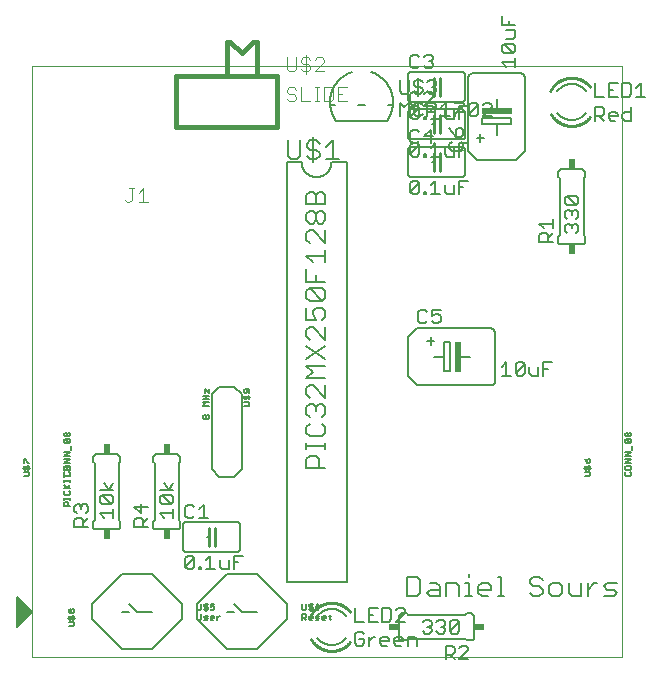
<source format=gto>
G75*
%MOIN*%
%OFA0B0*%
%FSLAX25Y25*%
%IPPOS*%
%LPD*%
%AMOC8*
5,1,8,0,0,1.08239X$1,22.5*
%
%ADD10C,0.00000*%
%ADD11C,0.00600*%
%ADD12C,0.01000*%
%ADD13C,0.00500*%
%ADD14R,0.02000X0.10000*%
%ADD15R,0.10000X0.02000*%
%ADD16C,0.00400*%
%ADD17R,0.02400X0.03400*%
%ADD18R,0.03400X0.02400*%
%ADD19C,0.00700*%
%ADD20C,0.01600*%
%ADD21C,0.00800*%
D10*
X0006250Y0003667D02*
X0006250Y0200517D01*
X0203100Y0200517D01*
X0203100Y0003667D01*
X0006250Y0003667D01*
D11*
X0027750Y0046167D02*
X0034750Y0046167D01*
X0034810Y0046169D01*
X0034871Y0046174D01*
X0034930Y0046183D01*
X0034989Y0046196D01*
X0035048Y0046212D01*
X0035105Y0046232D01*
X0035160Y0046255D01*
X0035215Y0046282D01*
X0035267Y0046311D01*
X0035318Y0046344D01*
X0035367Y0046380D01*
X0035413Y0046418D01*
X0035457Y0046460D01*
X0035499Y0046504D01*
X0035537Y0046550D01*
X0035573Y0046599D01*
X0035606Y0046650D01*
X0035635Y0046702D01*
X0035662Y0046757D01*
X0035685Y0046812D01*
X0035705Y0046869D01*
X0035721Y0046928D01*
X0035734Y0046987D01*
X0035743Y0047046D01*
X0035748Y0047107D01*
X0035750Y0047167D01*
X0035750Y0048667D01*
X0035250Y0049167D01*
X0035250Y0068167D01*
X0035750Y0068667D01*
X0035750Y0070167D01*
X0035748Y0070227D01*
X0035743Y0070288D01*
X0035734Y0070347D01*
X0035721Y0070406D01*
X0035705Y0070465D01*
X0035685Y0070522D01*
X0035662Y0070577D01*
X0035635Y0070632D01*
X0035606Y0070684D01*
X0035573Y0070735D01*
X0035537Y0070784D01*
X0035499Y0070830D01*
X0035457Y0070874D01*
X0035413Y0070916D01*
X0035367Y0070954D01*
X0035318Y0070990D01*
X0035267Y0071023D01*
X0035215Y0071052D01*
X0035160Y0071079D01*
X0035105Y0071102D01*
X0035048Y0071122D01*
X0034989Y0071138D01*
X0034930Y0071151D01*
X0034871Y0071160D01*
X0034810Y0071165D01*
X0034750Y0071167D01*
X0027750Y0071167D01*
X0027690Y0071165D01*
X0027629Y0071160D01*
X0027570Y0071151D01*
X0027511Y0071138D01*
X0027452Y0071122D01*
X0027395Y0071102D01*
X0027340Y0071079D01*
X0027285Y0071052D01*
X0027233Y0071023D01*
X0027182Y0070990D01*
X0027133Y0070954D01*
X0027087Y0070916D01*
X0027043Y0070874D01*
X0027001Y0070830D01*
X0026963Y0070784D01*
X0026927Y0070735D01*
X0026894Y0070684D01*
X0026865Y0070632D01*
X0026838Y0070577D01*
X0026815Y0070522D01*
X0026795Y0070465D01*
X0026779Y0070406D01*
X0026766Y0070347D01*
X0026757Y0070288D01*
X0026752Y0070227D01*
X0026750Y0070167D01*
X0026750Y0068667D01*
X0027250Y0068167D01*
X0027250Y0049167D01*
X0026750Y0048667D01*
X0026750Y0047167D01*
X0026752Y0047107D01*
X0026757Y0047046D01*
X0026766Y0046987D01*
X0026779Y0046928D01*
X0026795Y0046869D01*
X0026815Y0046812D01*
X0026838Y0046757D01*
X0026865Y0046702D01*
X0026894Y0046650D01*
X0026927Y0046599D01*
X0026963Y0046550D01*
X0027001Y0046504D01*
X0027043Y0046460D01*
X0027087Y0046418D01*
X0027133Y0046380D01*
X0027182Y0046344D01*
X0027233Y0046311D01*
X0027285Y0046282D01*
X0027340Y0046255D01*
X0027395Y0046232D01*
X0027452Y0046212D01*
X0027511Y0046196D01*
X0027570Y0046183D01*
X0027629Y0046174D01*
X0027690Y0046169D01*
X0027750Y0046167D01*
X0046750Y0047167D02*
X0046750Y0048667D01*
X0047250Y0049167D01*
X0047250Y0068167D01*
X0046750Y0068667D01*
X0046750Y0070167D01*
X0046752Y0070227D01*
X0046757Y0070288D01*
X0046766Y0070347D01*
X0046779Y0070406D01*
X0046795Y0070465D01*
X0046815Y0070522D01*
X0046838Y0070577D01*
X0046865Y0070632D01*
X0046894Y0070684D01*
X0046927Y0070735D01*
X0046963Y0070784D01*
X0047001Y0070830D01*
X0047043Y0070874D01*
X0047087Y0070916D01*
X0047133Y0070954D01*
X0047182Y0070990D01*
X0047233Y0071023D01*
X0047285Y0071052D01*
X0047340Y0071079D01*
X0047395Y0071102D01*
X0047452Y0071122D01*
X0047511Y0071138D01*
X0047570Y0071151D01*
X0047629Y0071160D01*
X0047690Y0071165D01*
X0047750Y0071167D01*
X0054750Y0071167D01*
X0054810Y0071165D01*
X0054871Y0071160D01*
X0054930Y0071151D01*
X0054989Y0071138D01*
X0055048Y0071122D01*
X0055105Y0071102D01*
X0055160Y0071079D01*
X0055215Y0071052D01*
X0055267Y0071023D01*
X0055318Y0070990D01*
X0055367Y0070954D01*
X0055413Y0070916D01*
X0055457Y0070874D01*
X0055499Y0070830D01*
X0055537Y0070784D01*
X0055573Y0070735D01*
X0055606Y0070684D01*
X0055635Y0070632D01*
X0055662Y0070577D01*
X0055685Y0070522D01*
X0055705Y0070465D01*
X0055721Y0070406D01*
X0055734Y0070347D01*
X0055743Y0070288D01*
X0055748Y0070227D01*
X0055750Y0070167D01*
X0055750Y0068667D01*
X0055250Y0068167D01*
X0055250Y0049167D01*
X0055750Y0048667D01*
X0055750Y0047167D01*
X0055748Y0047107D01*
X0055743Y0047046D01*
X0055734Y0046987D01*
X0055721Y0046928D01*
X0055705Y0046869D01*
X0055685Y0046812D01*
X0055662Y0046757D01*
X0055635Y0046702D01*
X0055606Y0046650D01*
X0055573Y0046599D01*
X0055537Y0046550D01*
X0055499Y0046504D01*
X0055457Y0046460D01*
X0055413Y0046418D01*
X0055367Y0046380D01*
X0055318Y0046344D01*
X0055267Y0046311D01*
X0055215Y0046282D01*
X0055160Y0046255D01*
X0055105Y0046232D01*
X0055048Y0046212D01*
X0054989Y0046196D01*
X0054930Y0046183D01*
X0054871Y0046174D01*
X0054810Y0046169D01*
X0054750Y0046167D01*
X0047750Y0046167D01*
X0047690Y0046169D01*
X0047629Y0046174D01*
X0047570Y0046183D01*
X0047511Y0046196D01*
X0047452Y0046212D01*
X0047395Y0046232D01*
X0047340Y0046255D01*
X0047285Y0046282D01*
X0047233Y0046311D01*
X0047182Y0046344D01*
X0047133Y0046380D01*
X0047087Y0046418D01*
X0047043Y0046460D01*
X0047001Y0046504D01*
X0046963Y0046550D01*
X0046927Y0046599D01*
X0046894Y0046650D01*
X0046865Y0046702D01*
X0046838Y0046757D01*
X0046815Y0046812D01*
X0046795Y0046869D01*
X0046779Y0046928D01*
X0046766Y0046987D01*
X0046757Y0047046D01*
X0046752Y0047107D01*
X0046750Y0047167D01*
X0056750Y0047667D02*
X0056750Y0039667D01*
X0056752Y0039607D01*
X0056757Y0039546D01*
X0056766Y0039487D01*
X0056779Y0039428D01*
X0056795Y0039369D01*
X0056815Y0039312D01*
X0056838Y0039257D01*
X0056865Y0039202D01*
X0056894Y0039150D01*
X0056927Y0039099D01*
X0056963Y0039050D01*
X0057001Y0039004D01*
X0057043Y0038960D01*
X0057087Y0038918D01*
X0057133Y0038880D01*
X0057182Y0038844D01*
X0057233Y0038811D01*
X0057285Y0038782D01*
X0057340Y0038755D01*
X0057395Y0038732D01*
X0057452Y0038712D01*
X0057511Y0038696D01*
X0057570Y0038683D01*
X0057629Y0038674D01*
X0057690Y0038669D01*
X0057750Y0038667D01*
X0074750Y0038667D01*
X0074810Y0038669D01*
X0074871Y0038674D01*
X0074930Y0038683D01*
X0074989Y0038696D01*
X0075048Y0038712D01*
X0075105Y0038732D01*
X0075160Y0038755D01*
X0075215Y0038782D01*
X0075267Y0038811D01*
X0075318Y0038844D01*
X0075367Y0038880D01*
X0075413Y0038918D01*
X0075457Y0038960D01*
X0075499Y0039004D01*
X0075537Y0039050D01*
X0075573Y0039099D01*
X0075606Y0039150D01*
X0075635Y0039202D01*
X0075662Y0039257D01*
X0075685Y0039312D01*
X0075705Y0039369D01*
X0075721Y0039428D01*
X0075734Y0039487D01*
X0075743Y0039546D01*
X0075748Y0039607D01*
X0075750Y0039667D01*
X0075750Y0047667D01*
X0075748Y0047727D01*
X0075743Y0047788D01*
X0075734Y0047847D01*
X0075721Y0047906D01*
X0075705Y0047965D01*
X0075685Y0048022D01*
X0075662Y0048077D01*
X0075635Y0048132D01*
X0075606Y0048184D01*
X0075573Y0048235D01*
X0075537Y0048284D01*
X0075499Y0048330D01*
X0075457Y0048374D01*
X0075413Y0048416D01*
X0075367Y0048454D01*
X0075318Y0048490D01*
X0075267Y0048523D01*
X0075215Y0048552D01*
X0075160Y0048579D01*
X0075105Y0048602D01*
X0075048Y0048622D01*
X0074989Y0048638D01*
X0074930Y0048651D01*
X0074871Y0048660D01*
X0074810Y0048665D01*
X0074750Y0048667D01*
X0057750Y0048667D01*
X0057690Y0048665D01*
X0057629Y0048660D01*
X0057570Y0048651D01*
X0057511Y0048638D01*
X0057452Y0048622D01*
X0057395Y0048602D01*
X0057340Y0048579D01*
X0057285Y0048552D01*
X0057233Y0048523D01*
X0057182Y0048490D01*
X0057133Y0048454D01*
X0057087Y0048416D01*
X0057043Y0048374D01*
X0057001Y0048330D01*
X0056963Y0048284D01*
X0056927Y0048235D01*
X0056894Y0048184D01*
X0056865Y0048132D01*
X0056838Y0048077D01*
X0056815Y0048022D01*
X0056795Y0047965D01*
X0056779Y0047906D01*
X0056766Y0047847D01*
X0056757Y0047788D01*
X0056752Y0047727D01*
X0056750Y0047667D01*
X0064750Y0043667D02*
X0065250Y0043667D01*
X0067250Y0043667D02*
X0067750Y0043667D01*
X0091250Y0028667D02*
X0091250Y0168167D01*
X0091250Y0168667D02*
X0096250Y0168667D01*
X0096252Y0168527D01*
X0096258Y0168387D01*
X0096268Y0168247D01*
X0096281Y0168107D01*
X0096299Y0167968D01*
X0096321Y0167829D01*
X0096346Y0167692D01*
X0096375Y0167554D01*
X0096408Y0167418D01*
X0096445Y0167283D01*
X0096486Y0167149D01*
X0096531Y0167016D01*
X0096579Y0166884D01*
X0096631Y0166754D01*
X0096686Y0166625D01*
X0096745Y0166498D01*
X0096808Y0166372D01*
X0096874Y0166248D01*
X0096943Y0166127D01*
X0097016Y0166007D01*
X0097093Y0165889D01*
X0097172Y0165774D01*
X0097255Y0165660D01*
X0097341Y0165550D01*
X0097430Y0165441D01*
X0097522Y0165335D01*
X0097617Y0165232D01*
X0097714Y0165131D01*
X0097815Y0165034D01*
X0097918Y0164939D01*
X0098024Y0164847D01*
X0098133Y0164758D01*
X0098243Y0164672D01*
X0098357Y0164589D01*
X0098472Y0164510D01*
X0098590Y0164433D01*
X0098710Y0164360D01*
X0098831Y0164291D01*
X0098955Y0164225D01*
X0099081Y0164162D01*
X0099208Y0164103D01*
X0099337Y0164048D01*
X0099467Y0163996D01*
X0099599Y0163948D01*
X0099732Y0163903D01*
X0099866Y0163862D01*
X0100001Y0163825D01*
X0100137Y0163792D01*
X0100275Y0163763D01*
X0100412Y0163738D01*
X0100551Y0163716D01*
X0100690Y0163698D01*
X0100830Y0163685D01*
X0100970Y0163675D01*
X0101110Y0163669D01*
X0101250Y0163667D01*
X0101390Y0163669D01*
X0101530Y0163675D01*
X0101670Y0163685D01*
X0101810Y0163698D01*
X0101949Y0163716D01*
X0102088Y0163738D01*
X0102225Y0163763D01*
X0102363Y0163792D01*
X0102499Y0163825D01*
X0102634Y0163862D01*
X0102768Y0163903D01*
X0102901Y0163948D01*
X0103033Y0163996D01*
X0103163Y0164048D01*
X0103292Y0164103D01*
X0103419Y0164162D01*
X0103545Y0164225D01*
X0103669Y0164291D01*
X0103790Y0164360D01*
X0103910Y0164433D01*
X0104028Y0164510D01*
X0104143Y0164589D01*
X0104257Y0164672D01*
X0104367Y0164758D01*
X0104476Y0164847D01*
X0104582Y0164939D01*
X0104685Y0165034D01*
X0104786Y0165131D01*
X0104883Y0165232D01*
X0104978Y0165335D01*
X0105070Y0165441D01*
X0105159Y0165550D01*
X0105245Y0165660D01*
X0105328Y0165774D01*
X0105407Y0165889D01*
X0105484Y0166007D01*
X0105557Y0166127D01*
X0105626Y0166248D01*
X0105692Y0166372D01*
X0105755Y0166498D01*
X0105814Y0166625D01*
X0105869Y0166754D01*
X0105921Y0166884D01*
X0105969Y0167016D01*
X0106014Y0167149D01*
X0106055Y0167283D01*
X0106092Y0167418D01*
X0106125Y0167554D01*
X0106154Y0167692D01*
X0106179Y0167829D01*
X0106201Y0167968D01*
X0106219Y0168107D01*
X0106232Y0168247D01*
X0106242Y0168387D01*
X0106248Y0168527D01*
X0106250Y0168667D01*
X0111250Y0168667D01*
X0111250Y0028667D01*
X0091250Y0028667D01*
X0106250Y0019667D02*
X0106404Y0019665D01*
X0106558Y0019659D01*
X0106712Y0019649D01*
X0106866Y0019635D01*
X0107019Y0019618D01*
X0107171Y0019596D01*
X0107323Y0019570D01*
X0107475Y0019541D01*
X0107625Y0019507D01*
X0107775Y0019470D01*
X0107923Y0019429D01*
X0108071Y0019384D01*
X0108217Y0019335D01*
X0108362Y0019283D01*
X0108505Y0019227D01*
X0108648Y0019167D01*
X0108788Y0019104D01*
X0108927Y0019037D01*
X0109064Y0018966D01*
X0109199Y0018892D01*
X0109332Y0018815D01*
X0109464Y0018734D01*
X0109593Y0018650D01*
X0109720Y0018562D01*
X0109844Y0018471D01*
X0109966Y0018378D01*
X0110086Y0018280D01*
X0110203Y0018180D01*
X0110318Y0018077D01*
X0110430Y0017971D01*
X0110539Y0017863D01*
X0110645Y0017751D01*
X0110749Y0017637D01*
X0110849Y0017520D01*
X0110947Y0017401D01*
X0111041Y0017279D01*
X0111132Y0017154D01*
X0106250Y0007667D02*
X0106098Y0007669D01*
X0105947Y0007675D01*
X0105796Y0007684D01*
X0105644Y0007698D01*
X0105494Y0007715D01*
X0105344Y0007736D01*
X0105194Y0007761D01*
X0105045Y0007789D01*
X0104897Y0007822D01*
X0104750Y0007858D01*
X0104603Y0007897D01*
X0104458Y0007941D01*
X0104314Y0007988D01*
X0104171Y0008039D01*
X0104030Y0008093D01*
X0103889Y0008151D01*
X0103751Y0008212D01*
X0103614Y0008277D01*
X0103478Y0008346D01*
X0103345Y0008417D01*
X0103213Y0008492D01*
X0103083Y0008571D01*
X0102956Y0008652D01*
X0102830Y0008737D01*
X0102706Y0008825D01*
X0102585Y0008916D01*
X0102466Y0009010D01*
X0102350Y0009108D01*
X0102236Y0009208D01*
X0102124Y0009310D01*
X0102016Y0009416D01*
X0101910Y0009524D01*
X0101806Y0009635D01*
X0101706Y0009749D01*
X0101608Y0009865D01*
X0101514Y0009984D01*
X0106250Y0007667D02*
X0106402Y0007669D01*
X0106553Y0007675D01*
X0106704Y0007684D01*
X0106856Y0007698D01*
X0107006Y0007715D01*
X0107156Y0007736D01*
X0107306Y0007761D01*
X0107455Y0007789D01*
X0107603Y0007822D01*
X0107750Y0007858D01*
X0107897Y0007897D01*
X0108042Y0007941D01*
X0108186Y0007988D01*
X0108329Y0008039D01*
X0108470Y0008093D01*
X0108611Y0008151D01*
X0108749Y0008212D01*
X0108886Y0008277D01*
X0109022Y0008346D01*
X0109155Y0008417D01*
X0109287Y0008492D01*
X0109417Y0008571D01*
X0109544Y0008652D01*
X0109670Y0008737D01*
X0109794Y0008825D01*
X0109915Y0008916D01*
X0110034Y0009010D01*
X0110150Y0009108D01*
X0110264Y0009208D01*
X0110376Y0009310D01*
X0110484Y0009416D01*
X0110590Y0009524D01*
X0110694Y0009635D01*
X0110794Y0009749D01*
X0110892Y0009865D01*
X0110986Y0009984D01*
X0106250Y0019667D02*
X0106100Y0019665D01*
X0105949Y0019659D01*
X0105799Y0019650D01*
X0105650Y0019637D01*
X0105500Y0019620D01*
X0105351Y0019599D01*
X0105203Y0019575D01*
X0105055Y0019547D01*
X0104908Y0019515D01*
X0104762Y0019480D01*
X0104617Y0019440D01*
X0104473Y0019398D01*
X0104330Y0019351D01*
X0104188Y0019301D01*
X0104047Y0019248D01*
X0103908Y0019191D01*
X0103770Y0019131D01*
X0103634Y0019067D01*
X0103500Y0019000D01*
X0103367Y0018929D01*
X0103236Y0018855D01*
X0103107Y0018778D01*
X0102980Y0018697D01*
X0102855Y0018614D01*
X0102732Y0018527D01*
X0102611Y0018438D01*
X0102493Y0018345D01*
X0102377Y0018249D01*
X0102263Y0018151D01*
X0102152Y0018050D01*
X0102043Y0017945D01*
X0101938Y0017839D01*
X0101834Y0017729D01*
X0101734Y0017617D01*
X0101636Y0017503D01*
X0101542Y0017386D01*
X0101450Y0017267D01*
X0128750Y0017167D02*
X0128750Y0010167D01*
X0128752Y0010107D01*
X0128757Y0010046D01*
X0128766Y0009987D01*
X0128779Y0009928D01*
X0128795Y0009869D01*
X0128815Y0009812D01*
X0128838Y0009757D01*
X0128865Y0009702D01*
X0128894Y0009650D01*
X0128927Y0009599D01*
X0128963Y0009550D01*
X0129001Y0009504D01*
X0129043Y0009460D01*
X0129087Y0009418D01*
X0129133Y0009380D01*
X0129182Y0009344D01*
X0129233Y0009311D01*
X0129285Y0009282D01*
X0129340Y0009255D01*
X0129395Y0009232D01*
X0129452Y0009212D01*
X0129511Y0009196D01*
X0129570Y0009183D01*
X0129629Y0009174D01*
X0129690Y0009169D01*
X0129750Y0009167D01*
X0131250Y0009167D01*
X0131750Y0009667D01*
X0150750Y0009667D01*
X0151250Y0009167D01*
X0152750Y0009167D01*
X0152810Y0009169D01*
X0152871Y0009174D01*
X0152930Y0009183D01*
X0152989Y0009196D01*
X0153048Y0009212D01*
X0153105Y0009232D01*
X0153160Y0009255D01*
X0153215Y0009282D01*
X0153267Y0009311D01*
X0153318Y0009344D01*
X0153367Y0009380D01*
X0153413Y0009418D01*
X0153457Y0009460D01*
X0153499Y0009504D01*
X0153537Y0009550D01*
X0153573Y0009599D01*
X0153606Y0009650D01*
X0153635Y0009702D01*
X0153662Y0009757D01*
X0153685Y0009812D01*
X0153705Y0009869D01*
X0153721Y0009928D01*
X0153734Y0009987D01*
X0153743Y0010046D01*
X0153748Y0010107D01*
X0153750Y0010167D01*
X0153750Y0017167D01*
X0153748Y0017227D01*
X0153743Y0017288D01*
X0153734Y0017347D01*
X0153721Y0017406D01*
X0153705Y0017465D01*
X0153685Y0017522D01*
X0153662Y0017577D01*
X0153635Y0017632D01*
X0153606Y0017684D01*
X0153573Y0017735D01*
X0153537Y0017784D01*
X0153499Y0017830D01*
X0153457Y0017874D01*
X0153413Y0017916D01*
X0153367Y0017954D01*
X0153318Y0017990D01*
X0153267Y0018023D01*
X0153215Y0018052D01*
X0153160Y0018079D01*
X0153105Y0018102D01*
X0153048Y0018122D01*
X0152989Y0018138D01*
X0152930Y0018151D01*
X0152871Y0018160D01*
X0152810Y0018165D01*
X0152750Y0018167D01*
X0151250Y0018167D01*
X0150750Y0017667D01*
X0131750Y0017667D01*
X0131250Y0018167D01*
X0129750Y0018167D01*
X0129690Y0018165D01*
X0129629Y0018160D01*
X0129570Y0018151D01*
X0129511Y0018138D01*
X0129452Y0018122D01*
X0129395Y0018102D01*
X0129340Y0018079D01*
X0129285Y0018052D01*
X0129233Y0018023D01*
X0129182Y0017990D01*
X0129133Y0017954D01*
X0129087Y0017916D01*
X0129043Y0017874D01*
X0129001Y0017830D01*
X0128963Y0017784D01*
X0128927Y0017735D01*
X0128894Y0017684D01*
X0128865Y0017632D01*
X0128838Y0017577D01*
X0128815Y0017522D01*
X0128795Y0017465D01*
X0128779Y0017406D01*
X0128766Y0017347D01*
X0128757Y0017288D01*
X0128752Y0017227D01*
X0128750Y0017167D01*
X0131550Y0023967D02*
X0134753Y0023967D01*
X0135820Y0025034D01*
X0135820Y0029305D01*
X0134753Y0030372D01*
X0131550Y0030372D01*
X0131550Y0023967D01*
X0137995Y0025034D02*
X0139063Y0023967D01*
X0142266Y0023967D01*
X0142266Y0027169D01*
X0141198Y0028237D01*
X0139063Y0028237D01*
X0139063Y0026102D02*
X0142266Y0026102D01*
X0144441Y0023967D02*
X0144441Y0028237D01*
X0147644Y0028237D01*
X0148711Y0027169D01*
X0148711Y0023967D01*
X0150886Y0023967D02*
X0153022Y0023967D01*
X0151954Y0023967D02*
X0151954Y0028237D01*
X0150886Y0028237D01*
X0151954Y0030372D02*
X0151954Y0031440D01*
X0155183Y0027169D02*
X0156251Y0028237D01*
X0158386Y0028237D01*
X0159454Y0027169D01*
X0159454Y0026102D01*
X0155183Y0026102D01*
X0155183Y0027169D02*
X0155183Y0025034D01*
X0156251Y0023967D01*
X0158386Y0023967D01*
X0161629Y0023967D02*
X0163764Y0023967D01*
X0162697Y0023967D02*
X0162697Y0030372D01*
X0161629Y0030372D01*
X0172371Y0029305D02*
X0172371Y0028237D01*
X0173439Y0027169D01*
X0175574Y0027169D01*
X0176642Y0026102D01*
X0176642Y0025034D01*
X0175574Y0023967D01*
X0173439Y0023967D01*
X0172371Y0025034D01*
X0172371Y0029305D02*
X0173439Y0030372D01*
X0175574Y0030372D01*
X0176642Y0029305D01*
X0178817Y0027169D02*
X0178817Y0025034D01*
X0179885Y0023967D01*
X0182020Y0023967D01*
X0183087Y0025034D01*
X0183087Y0027169D01*
X0182020Y0028237D01*
X0179885Y0028237D01*
X0178817Y0027169D01*
X0185262Y0028237D02*
X0185262Y0025034D01*
X0186330Y0023967D01*
X0189533Y0023967D01*
X0189533Y0028237D01*
X0191708Y0028237D02*
X0191708Y0023967D01*
X0191708Y0026102D02*
X0193843Y0028237D01*
X0194911Y0028237D01*
X0197079Y0027169D02*
X0198147Y0028237D01*
X0201350Y0028237D01*
X0200282Y0026102D02*
X0198147Y0026102D01*
X0197079Y0027169D01*
X0197079Y0023967D02*
X0200282Y0023967D01*
X0201350Y0025034D01*
X0200282Y0026102D01*
X0139063Y0026102D02*
X0137995Y0025034D01*
X0134750Y0094167D02*
X0131750Y0097167D01*
X0131750Y0110167D01*
X0134750Y0113167D01*
X0159250Y0113167D01*
X0159326Y0113165D01*
X0159402Y0113159D01*
X0159477Y0113150D01*
X0159552Y0113136D01*
X0159626Y0113119D01*
X0159699Y0113098D01*
X0159771Y0113074D01*
X0159842Y0113045D01*
X0159911Y0113014D01*
X0159978Y0112979D01*
X0160043Y0112940D01*
X0160107Y0112898D01*
X0160168Y0112853D01*
X0160227Y0112805D01*
X0160283Y0112754D01*
X0160337Y0112700D01*
X0160388Y0112644D01*
X0160436Y0112585D01*
X0160481Y0112524D01*
X0160523Y0112460D01*
X0160562Y0112395D01*
X0160597Y0112328D01*
X0160628Y0112259D01*
X0160657Y0112188D01*
X0160681Y0112116D01*
X0160702Y0112043D01*
X0160719Y0111969D01*
X0160733Y0111894D01*
X0160742Y0111819D01*
X0160748Y0111743D01*
X0160750Y0111667D01*
X0160750Y0095667D01*
X0160748Y0095591D01*
X0160742Y0095515D01*
X0160733Y0095440D01*
X0160719Y0095365D01*
X0160702Y0095291D01*
X0160681Y0095218D01*
X0160657Y0095146D01*
X0160628Y0095075D01*
X0160597Y0095006D01*
X0160562Y0094939D01*
X0160523Y0094874D01*
X0160481Y0094810D01*
X0160436Y0094749D01*
X0160388Y0094690D01*
X0160337Y0094634D01*
X0160283Y0094580D01*
X0160227Y0094529D01*
X0160168Y0094481D01*
X0160107Y0094436D01*
X0160043Y0094394D01*
X0159978Y0094355D01*
X0159911Y0094320D01*
X0159842Y0094289D01*
X0159771Y0094260D01*
X0159699Y0094236D01*
X0159626Y0094215D01*
X0159552Y0094198D01*
X0159477Y0094184D01*
X0159402Y0094175D01*
X0159326Y0094169D01*
X0159250Y0094167D01*
X0134750Y0094167D01*
X0143750Y0098867D02*
X0143750Y0103667D01*
X0143750Y0108467D01*
X0145750Y0108467D01*
X0145750Y0098867D01*
X0143750Y0098867D01*
X0143750Y0103667D02*
X0140250Y0103667D01*
X0139250Y0107767D02*
X0139250Y0110267D01*
X0140550Y0109067D02*
X0137950Y0109067D01*
X0148750Y0103667D02*
X0152250Y0103667D01*
X0182750Y0141167D02*
X0189750Y0141167D01*
X0189810Y0141169D01*
X0189871Y0141174D01*
X0189930Y0141183D01*
X0189989Y0141196D01*
X0190048Y0141212D01*
X0190105Y0141232D01*
X0190160Y0141255D01*
X0190215Y0141282D01*
X0190267Y0141311D01*
X0190318Y0141344D01*
X0190367Y0141380D01*
X0190413Y0141418D01*
X0190457Y0141460D01*
X0190499Y0141504D01*
X0190537Y0141550D01*
X0190573Y0141599D01*
X0190606Y0141650D01*
X0190635Y0141702D01*
X0190662Y0141757D01*
X0190685Y0141812D01*
X0190705Y0141869D01*
X0190721Y0141928D01*
X0190734Y0141987D01*
X0190743Y0142046D01*
X0190748Y0142107D01*
X0190750Y0142167D01*
X0190750Y0143667D01*
X0190250Y0144167D01*
X0190250Y0163167D01*
X0190750Y0163667D01*
X0190750Y0165167D01*
X0190748Y0165227D01*
X0190743Y0165288D01*
X0190734Y0165347D01*
X0190721Y0165406D01*
X0190705Y0165465D01*
X0190685Y0165522D01*
X0190662Y0165577D01*
X0190635Y0165632D01*
X0190606Y0165684D01*
X0190573Y0165735D01*
X0190537Y0165784D01*
X0190499Y0165830D01*
X0190457Y0165874D01*
X0190413Y0165916D01*
X0190367Y0165954D01*
X0190318Y0165990D01*
X0190267Y0166023D01*
X0190215Y0166052D01*
X0190160Y0166079D01*
X0190105Y0166102D01*
X0190048Y0166122D01*
X0189989Y0166138D01*
X0189930Y0166151D01*
X0189871Y0166160D01*
X0189810Y0166165D01*
X0189750Y0166167D01*
X0182750Y0166167D01*
X0182690Y0166165D01*
X0182629Y0166160D01*
X0182570Y0166151D01*
X0182511Y0166138D01*
X0182452Y0166122D01*
X0182395Y0166102D01*
X0182340Y0166079D01*
X0182285Y0166052D01*
X0182233Y0166023D01*
X0182182Y0165990D01*
X0182133Y0165954D01*
X0182087Y0165916D01*
X0182043Y0165874D01*
X0182001Y0165830D01*
X0181963Y0165784D01*
X0181927Y0165735D01*
X0181894Y0165684D01*
X0181865Y0165632D01*
X0181838Y0165577D01*
X0181815Y0165522D01*
X0181795Y0165465D01*
X0181779Y0165406D01*
X0181766Y0165347D01*
X0181757Y0165288D01*
X0181752Y0165227D01*
X0181750Y0165167D01*
X0181750Y0163667D01*
X0182250Y0163167D01*
X0182250Y0144167D01*
X0181750Y0143667D01*
X0181750Y0142167D01*
X0181752Y0142107D01*
X0181757Y0142046D01*
X0181766Y0141987D01*
X0181779Y0141928D01*
X0181795Y0141869D01*
X0181815Y0141812D01*
X0181838Y0141757D01*
X0181865Y0141702D01*
X0181894Y0141650D01*
X0181927Y0141599D01*
X0181963Y0141550D01*
X0182001Y0141504D01*
X0182043Y0141460D01*
X0182087Y0141418D01*
X0182133Y0141380D01*
X0182182Y0141344D01*
X0182233Y0141311D01*
X0182285Y0141282D01*
X0182340Y0141255D01*
X0182395Y0141232D01*
X0182452Y0141212D01*
X0182511Y0141196D01*
X0182570Y0141183D01*
X0182629Y0141174D01*
X0182690Y0141169D01*
X0182750Y0141167D01*
X0167750Y0169167D02*
X0154750Y0169167D01*
X0151750Y0172167D01*
X0151750Y0196667D01*
X0150750Y0197667D02*
X0150750Y0189667D01*
X0150748Y0189607D01*
X0150743Y0189546D01*
X0150734Y0189487D01*
X0150721Y0189428D01*
X0150705Y0189369D01*
X0150685Y0189312D01*
X0150662Y0189257D01*
X0150635Y0189202D01*
X0150606Y0189150D01*
X0150573Y0189099D01*
X0150537Y0189050D01*
X0150499Y0189004D01*
X0150457Y0188960D01*
X0150413Y0188918D01*
X0150367Y0188880D01*
X0150318Y0188844D01*
X0150267Y0188811D01*
X0150215Y0188782D01*
X0150160Y0188755D01*
X0150105Y0188732D01*
X0150048Y0188712D01*
X0149989Y0188696D01*
X0149930Y0188683D01*
X0149871Y0188674D01*
X0149810Y0188669D01*
X0149750Y0188667D01*
X0132750Y0188667D01*
X0132690Y0188669D01*
X0132629Y0188674D01*
X0132570Y0188683D01*
X0132511Y0188696D01*
X0132452Y0188712D01*
X0132395Y0188732D01*
X0132340Y0188755D01*
X0132285Y0188782D01*
X0132233Y0188811D01*
X0132182Y0188844D01*
X0132133Y0188880D01*
X0132087Y0188918D01*
X0132043Y0188960D01*
X0132001Y0189004D01*
X0131963Y0189050D01*
X0131927Y0189099D01*
X0131894Y0189150D01*
X0131865Y0189202D01*
X0131838Y0189257D01*
X0131815Y0189312D01*
X0131795Y0189369D01*
X0131779Y0189428D01*
X0131766Y0189487D01*
X0131757Y0189546D01*
X0131752Y0189607D01*
X0131750Y0189667D01*
X0131750Y0197667D01*
X0131752Y0197727D01*
X0131757Y0197788D01*
X0131766Y0197847D01*
X0131779Y0197906D01*
X0131795Y0197965D01*
X0131815Y0198022D01*
X0131838Y0198077D01*
X0131865Y0198132D01*
X0131894Y0198184D01*
X0131927Y0198235D01*
X0131963Y0198284D01*
X0132001Y0198330D01*
X0132043Y0198374D01*
X0132087Y0198416D01*
X0132133Y0198454D01*
X0132182Y0198490D01*
X0132233Y0198523D01*
X0132285Y0198552D01*
X0132340Y0198579D01*
X0132395Y0198602D01*
X0132452Y0198622D01*
X0132511Y0198638D01*
X0132570Y0198651D01*
X0132629Y0198660D01*
X0132690Y0198665D01*
X0132750Y0198667D01*
X0149750Y0198667D01*
X0149810Y0198665D01*
X0149871Y0198660D01*
X0149930Y0198651D01*
X0149989Y0198638D01*
X0150048Y0198622D01*
X0150105Y0198602D01*
X0150160Y0198579D01*
X0150215Y0198552D01*
X0150267Y0198523D01*
X0150318Y0198490D01*
X0150367Y0198454D01*
X0150413Y0198416D01*
X0150457Y0198374D01*
X0150499Y0198330D01*
X0150537Y0198284D01*
X0150573Y0198235D01*
X0150606Y0198184D01*
X0150635Y0198132D01*
X0150662Y0198077D01*
X0150685Y0198022D01*
X0150705Y0197965D01*
X0150721Y0197906D01*
X0150734Y0197847D01*
X0150743Y0197788D01*
X0150748Y0197727D01*
X0150750Y0197667D01*
X0153250Y0198167D02*
X0169250Y0198167D01*
X0169326Y0198165D01*
X0169402Y0198159D01*
X0169477Y0198150D01*
X0169552Y0198136D01*
X0169626Y0198119D01*
X0169699Y0198098D01*
X0169771Y0198074D01*
X0169842Y0198045D01*
X0169911Y0198014D01*
X0169978Y0197979D01*
X0170043Y0197940D01*
X0170107Y0197898D01*
X0170168Y0197853D01*
X0170227Y0197805D01*
X0170283Y0197754D01*
X0170337Y0197700D01*
X0170388Y0197644D01*
X0170436Y0197585D01*
X0170481Y0197524D01*
X0170523Y0197460D01*
X0170562Y0197395D01*
X0170597Y0197328D01*
X0170628Y0197259D01*
X0170657Y0197188D01*
X0170681Y0197116D01*
X0170702Y0197043D01*
X0170719Y0196969D01*
X0170733Y0196894D01*
X0170742Y0196819D01*
X0170748Y0196743D01*
X0170750Y0196667D01*
X0170750Y0172167D01*
X0167750Y0169167D01*
X0161250Y0177667D02*
X0161250Y0181167D01*
X0156450Y0181167D01*
X0156450Y0183167D01*
X0166050Y0183167D01*
X0166050Y0181167D01*
X0161250Y0181167D01*
X0157150Y0176667D02*
X0154650Y0176667D01*
X0155850Y0177967D02*
X0155850Y0175367D01*
X0150750Y0177167D02*
X0150750Y0185167D01*
X0150748Y0185227D01*
X0150743Y0185288D01*
X0150734Y0185347D01*
X0150721Y0185406D01*
X0150705Y0185465D01*
X0150685Y0185522D01*
X0150662Y0185577D01*
X0150635Y0185632D01*
X0150606Y0185684D01*
X0150573Y0185735D01*
X0150537Y0185784D01*
X0150499Y0185830D01*
X0150457Y0185874D01*
X0150413Y0185916D01*
X0150367Y0185954D01*
X0150318Y0185990D01*
X0150267Y0186023D01*
X0150215Y0186052D01*
X0150160Y0186079D01*
X0150105Y0186102D01*
X0150048Y0186122D01*
X0149989Y0186138D01*
X0149930Y0186151D01*
X0149871Y0186160D01*
X0149810Y0186165D01*
X0149750Y0186167D01*
X0132750Y0186167D01*
X0132690Y0186165D01*
X0132629Y0186160D01*
X0132570Y0186151D01*
X0132511Y0186138D01*
X0132452Y0186122D01*
X0132395Y0186102D01*
X0132340Y0186079D01*
X0132285Y0186052D01*
X0132233Y0186023D01*
X0132182Y0185990D01*
X0132133Y0185954D01*
X0132087Y0185916D01*
X0132043Y0185874D01*
X0132001Y0185830D01*
X0131963Y0185784D01*
X0131927Y0185735D01*
X0131894Y0185684D01*
X0131865Y0185632D01*
X0131838Y0185577D01*
X0131815Y0185522D01*
X0131795Y0185465D01*
X0131779Y0185406D01*
X0131766Y0185347D01*
X0131757Y0185288D01*
X0131752Y0185227D01*
X0131750Y0185167D01*
X0131750Y0177167D01*
X0131752Y0177107D01*
X0131757Y0177046D01*
X0131766Y0176987D01*
X0131779Y0176928D01*
X0131795Y0176869D01*
X0131815Y0176812D01*
X0131838Y0176757D01*
X0131865Y0176702D01*
X0131894Y0176650D01*
X0131927Y0176599D01*
X0131963Y0176550D01*
X0132001Y0176504D01*
X0132043Y0176460D01*
X0132087Y0176418D01*
X0132133Y0176380D01*
X0132182Y0176344D01*
X0132233Y0176311D01*
X0132285Y0176282D01*
X0132340Y0176255D01*
X0132395Y0176232D01*
X0132452Y0176212D01*
X0132511Y0176196D01*
X0132570Y0176183D01*
X0132629Y0176174D01*
X0132690Y0176169D01*
X0132750Y0176167D01*
X0149750Y0176167D01*
X0149810Y0176169D01*
X0149871Y0176174D01*
X0149930Y0176183D01*
X0149989Y0176196D01*
X0150048Y0176212D01*
X0150105Y0176232D01*
X0150160Y0176255D01*
X0150215Y0176282D01*
X0150267Y0176311D01*
X0150318Y0176344D01*
X0150367Y0176380D01*
X0150413Y0176418D01*
X0150457Y0176460D01*
X0150499Y0176504D01*
X0150537Y0176550D01*
X0150573Y0176599D01*
X0150606Y0176650D01*
X0150635Y0176702D01*
X0150662Y0176757D01*
X0150685Y0176812D01*
X0150705Y0176869D01*
X0150721Y0176928D01*
X0150734Y0176987D01*
X0150743Y0177046D01*
X0150748Y0177107D01*
X0150750Y0177167D01*
X0149750Y0173667D02*
X0132750Y0173667D01*
X0132690Y0173665D01*
X0132629Y0173660D01*
X0132570Y0173651D01*
X0132511Y0173638D01*
X0132452Y0173622D01*
X0132395Y0173602D01*
X0132340Y0173579D01*
X0132285Y0173552D01*
X0132233Y0173523D01*
X0132182Y0173490D01*
X0132133Y0173454D01*
X0132087Y0173416D01*
X0132043Y0173374D01*
X0132001Y0173330D01*
X0131963Y0173284D01*
X0131927Y0173235D01*
X0131894Y0173184D01*
X0131865Y0173132D01*
X0131838Y0173077D01*
X0131815Y0173022D01*
X0131795Y0172965D01*
X0131779Y0172906D01*
X0131766Y0172847D01*
X0131757Y0172788D01*
X0131752Y0172727D01*
X0131750Y0172667D01*
X0131750Y0164667D01*
X0131752Y0164607D01*
X0131757Y0164546D01*
X0131766Y0164487D01*
X0131779Y0164428D01*
X0131795Y0164369D01*
X0131815Y0164312D01*
X0131838Y0164257D01*
X0131865Y0164202D01*
X0131894Y0164150D01*
X0131927Y0164099D01*
X0131963Y0164050D01*
X0132001Y0164004D01*
X0132043Y0163960D01*
X0132087Y0163918D01*
X0132133Y0163880D01*
X0132182Y0163844D01*
X0132233Y0163811D01*
X0132285Y0163782D01*
X0132340Y0163755D01*
X0132395Y0163732D01*
X0132452Y0163712D01*
X0132511Y0163696D01*
X0132570Y0163683D01*
X0132629Y0163674D01*
X0132690Y0163669D01*
X0132750Y0163667D01*
X0149750Y0163667D01*
X0149810Y0163669D01*
X0149871Y0163674D01*
X0149930Y0163683D01*
X0149989Y0163696D01*
X0150048Y0163712D01*
X0150105Y0163732D01*
X0150160Y0163755D01*
X0150215Y0163782D01*
X0150267Y0163811D01*
X0150318Y0163844D01*
X0150367Y0163880D01*
X0150413Y0163918D01*
X0150457Y0163960D01*
X0150499Y0164004D01*
X0150537Y0164050D01*
X0150573Y0164099D01*
X0150606Y0164150D01*
X0150635Y0164202D01*
X0150662Y0164257D01*
X0150685Y0164312D01*
X0150705Y0164369D01*
X0150721Y0164428D01*
X0150734Y0164487D01*
X0150743Y0164546D01*
X0150748Y0164607D01*
X0150750Y0164667D01*
X0150750Y0172667D01*
X0150748Y0172727D01*
X0150743Y0172788D01*
X0150734Y0172847D01*
X0150721Y0172906D01*
X0150705Y0172965D01*
X0150685Y0173022D01*
X0150662Y0173077D01*
X0150635Y0173132D01*
X0150606Y0173184D01*
X0150573Y0173235D01*
X0150537Y0173284D01*
X0150499Y0173330D01*
X0150457Y0173374D01*
X0150413Y0173416D01*
X0150367Y0173454D01*
X0150318Y0173490D01*
X0150267Y0173523D01*
X0150215Y0173552D01*
X0150160Y0173579D01*
X0150105Y0173602D01*
X0150048Y0173622D01*
X0149989Y0173638D01*
X0149930Y0173651D01*
X0149871Y0173660D01*
X0149810Y0173665D01*
X0149750Y0173667D01*
X0142750Y0168667D02*
X0142250Y0168667D01*
X0140250Y0168667D02*
X0139750Y0168667D01*
X0139750Y0181167D02*
X0140250Y0181167D01*
X0142250Y0181167D02*
X0142750Y0181167D01*
X0142750Y0193667D02*
X0142250Y0193667D01*
X0140250Y0193667D02*
X0139750Y0193667D01*
X0151750Y0196667D02*
X0151752Y0196743D01*
X0151758Y0196819D01*
X0151767Y0196894D01*
X0151781Y0196969D01*
X0151798Y0197043D01*
X0151819Y0197116D01*
X0151843Y0197188D01*
X0151872Y0197259D01*
X0151903Y0197328D01*
X0151938Y0197395D01*
X0151977Y0197460D01*
X0152019Y0197524D01*
X0152064Y0197585D01*
X0152112Y0197644D01*
X0152163Y0197700D01*
X0152217Y0197754D01*
X0152273Y0197805D01*
X0152332Y0197853D01*
X0152393Y0197898D01*
X0152457Y0197940D01*
X0152522Y0197979D01*
X0152589Y0198014D01*
X0152658Y0198045D01*
X0152729Y0198074D01*
X0152801Y0198098D01*
X0152874Y0198119D01*
X0152948Y0198136D01*
X0153023Y0198150D01*
X0153098Y0198159D01*
X0153174Y0198165D01*
X0153250Y0198167D01*
X0161250Y0189667D02*
X0161250Y0186167D01*
X0186250Y0194667D02*
X0186404Y0194665D01*
X0186558Y0194659D01*
X0186712Y0194649D01*
X0186866Y0194635D01*
X0187019Y0194618D01*
X0187171Y0194596D01*
X0187323Y0194570D01*
X0187475Y0194541D01*
X0187625Y0194507D01*
X0187775Y0194470D01*
X0187923Y0194429D01*
X0188071Y0194384D01*
X0188217Y0194335D01*
X0188362Y0194283D01*
X0188505Y0194227D01*
X0188648Y0194167D01*
X0188788Y0194104D01*
X0188927Y0194037D01*
X0189064Y0193966D01*
X0189199Y0193892D01*
X0189332Y0193815D01*
X0189464Y0193734D01*
X0189593Y0193650D01*
X0189720Y0193562D01*
X0189844Y0193471D01*
X0189966Y0193378D01*
X0190086Y0193280D01*
X0190203Y0193180D01*
X0190318Y0193077D01*
X0190430Y0192971D01*
X0190539Y0192863D01*
X0190645Y0192751D01*
X0190749Y0192637D01*
X0190849Y0192520D01*
X0190947Y0192401D01*
X0191041Y0192279D01*
X0191132Y0192154D01*
X0186250Y0182667D02*
X0186098Y0182669D01*
X0185947Y0182675D01*
X0185796Y0182684D01*
X0185644Y0182698D01*
X0185494Y0182715D01*
X0185344Y0182736D01*
X0185194Y0182761D01*
X0185045Y0182789D01*
X0184897Y0182822D01*
X0184750Y0182858D01*
X0184603Y0182897D01*
X0184458Y0182941D01*
X0184314Y0182988D01*
X0184171Y0183039D01*
X0184030Y0183093D01*
X0183889Y0183151D01*
X0183751Y0183212D01*
X0183614Y0183277D01*
X0183478Y0183346D01*
X0183345Y0183417D01*
X0183213Y0183492D01*
X0183083Y0183571D01*
X0182956Y0183652D01*
X0182830Y0183737D01*
X0182706Y0183825D01*
X0182585Y0183916D01*
X0182466Y0184010D01*
X0182350Y0184108D01*
X0182236Y0184208D01*
X0182124Y0184310D01*
X0182016Y0184416D01*
X0181910Y0184524D01*
X0181806Y0184635D01*
X0181706Y0184749D01*
X0181608Y0184865D01*
X0181514Y0184984D01*
X0186250Y0182667D02*
X0186402Y0182669D01*
X0186553Y0182675D01*
X0186704Y0182684D01*
X0186856Y0182698D01*
X0187006Y0182715D01*
X0187156Y0182736D01*
X0187306Y0182761D01*
X0187455Y0182789D01*
X0187603Y0182822D01*
X0187750Y0182858D01*
X0187897Y0182897D01*
X0188042Y0182941D01*
X0188186Y0182988D01*
X0188329Y0183039D01*
X0188470Y0183093D01*
X0188611Y0183151D01*
X0188749Y0183212D01*
X0188886Y0183277D01*
X0189022Y0183346D01*
X0189155Y0183417D01*
X0189287Y0183492D01*
X0189417Y0183571D01*
X0189544Y0183652D01*
X0189670Y0183737D01*
X0189794Y0183825D01*
X0189915Y0183916D01*
X0190034Y0184010D01*
X0190150Y0184108D01*
X0190264Y0184208D01*
X0190376Y0184310D01*
X0190484Y0184416D01*
X0190590Y0184524D01*
X0190694Y0184635D01*
X0190794Y0184749D01*
X0190892Y0184865D01*
X0190986Y0184984D01*
X0186250Y0194667D02*
X0186100Y0194665D01*
X0185949Y0194659D01*
X0185799Y0194650D01*
X0185650Y0194637D01*
X0185500Y0194620D01*
X0185351Y0194599D01*
X0185203Y0194575D01*
X0185055Y0194547D01*
X0184908Y0194515D01*
X0184762Y0194480D01*
X0184617Y0194440D01*
X0184473Y0194398D01*
X0184330Y0194351D01*
X0184188Y0194301D01*
X0184047Y0194248D01*
X0183908Y0194191D01*
X0183770Y0194131D01*
X0183634Y0194067D01*
X0183500Y0194000D01*
X0183367Y0193929D01*
X0183236Y0193855D01*
X0183107Y0193778D01*
X0182980Y0193697D01*
X0182855Y0193614D01*
X0182732Y0193527D01*
X0182611Y0193438D01*
X0182493Y0193345D01*
X0182377Y0193249D01*
X0182263Y0193151D01*
X0182152Y0193050D01*
X0182043Y0192945D01*
X0181938Y0192839D01*
X0181834Y0192729D01*
X0181734Y0192617D01*
X0181636Y0192503D01*
X0181542Y0192386D01*
X0181450Y0192267D01*
D12*
X0179304Y0184698D02*
X0179403Y0184529D01*
X0179507Y0184363D01*
X0179614Y0184199D01*
X0179725Y0184038D01*
X0179840Y0183880D01*
X0179959Y0183725D01*
X0180082Y0183572D01*
X0180208Y0183423D01*
X0180338Y0183277D01*
X0180472Y0183134D01*
X0180609Y0182994D01*
X0180749Y0182858D01*
X0180893Y0182725D01*
X0181040Y0182596D01*
X0181190Y0182470D01*
X0181343Y0182349D01*
X0181499Y0182230D01*
X0181658Y0182116D01*
X0181819Y0182006D01*
X0181984Y0181900D01*
X0182150Y0181797D01*
X0182320Y0181699D01*
X0182491Y0181605D01*
X0182665Y0181515D01*
X0182841Y0181430D01*
X0183019Y0181348D01*
X0183199Y0181272D01*
X0183381Y0181199D01*
X0183564Y0181131D01*
X0183749Y0181068D01*
X0183936Y0181009D01*
X0184124Y0180955D01*
X0184313Y0180905D01*
X0184503Y0180860D01*
X0184695Y0180820D01*
X0184887Y0180784D01*
X0185080Y0180753D01*
X0185274Y0180727D01*
X0185469Y0180705D01*
X0185664Y0180689D01*
X0185859Y0180677D01*
X0186055Y0180669D01*
X0186250Y0180667D01*
X0179191Y0192432D02*
X0179284Y0192600D01*
X0179380Y0192766D01*
X0179480Y0192930D01*
X0179585Y0193091D01*
X0179693Y0193250D01*
X0179805Y0193406D01*
X0179921Y0193560D01*
X0180040Y0193710D01*
X0180163Y0193858D01*
X0180289Y0194003D01*
X0180419Y0194144D01*
X0180552Y0194283D01*
X0180689Y0194418D01*
X0180829Y0194550D01*
X0180971Y0194678D01*
X0181117Y0194803D01*
X0181266Y0194925D01*
X0181418Y0195043D01*
X0181572Y0195157D01*
X0181730Y0195267D01*
X0181889Y0195374D01*
X0182052Y0195477D01*
X0182217Y0195576D01*
X0182384Y0195671D01*
X0182553Y0195761D01*
X0182724Y0195848D01*
X0182898Y0195931D01*
X0183073Y0196009D01*
X0183251Y0196083D01*
X0183430Y0196153D01*
X0183610Y0196219D01*
X0183792Y0196280D01*
X0183976Y0196337D01*
X0184161Y0196389D01*
X0184347Y0196437D01*
X0184534Y0196481D01*
X0184722Y0196520D01*
X0184911Y0196554D01*
X0185101Y0196584D01*
X0185291Y0196609D01*
X0185482Y0196630D01*
X0185674Y0196646D01*
X0185866Y0196658D01*
X0186058Y0196665D01*
X0186250Y0196667D01*
X0192357Y0183499D02*
X0192230Y0183353D01*
X0192101Y0183211D01*
X0191967Y0183071D01*
X0191831Y0182935D01*
X0191691Y0182802D01*
X0191548Y0182672D01*
X0191401Y0182546D01*
X0191252Y0182424D01*
X0191100Y0182305D01*
X0190945Y0182190D01*
X0190788Y0182078D01*
X0190628Y0181971D01*
X0190465Y0181867D01*
X0190299Y0181768D01*
X0190132Y0181672D01*
X0189962Y0181580D01*
X0189790Y0181493D01*
X0189616Y0181409D01*
X0189440Y0181330D01*
X0189262Y0181256D01*
X0189082Y0181185D01*
X0188901Y0181119D01*
X0188718Y0181057D01*
X0188534Y0181000D01*
X0188348Y0180947D01*
X0188161Y0180899D01*
X0187973Y0180855D01*
X0187784Y0180816D01*
X0187594Y0180781D01*
X0187404Y0180751D01*
X0187213Y0180725D01*
X0187021Y0180704D01*
X0186828Y0180688D01*
X0186636Y0180676D01*
X0186443Y0180669D01*
X0186250Y0180667D01*
X0192396Y0193789D02*
X0192269Y0193937D01*
X0192139Y0194082D01*
X0192006Y0194223D01*
X0191869Y0194362D01*
X0191729Y0194497D01*
X0191585Y0194628D01*
X0191438Y0194756D01*
X0191289Y0194881D01*
X0191136Y0195002D01*
X0190981Y0195119D01*
X0190822Y0195232D01*
X0190661Y0195341D01*
X0190497Y0195446D01*
X0190331Y0195548D01*
X0190162Y0195645D01*
X0189992Y0195738D01*
X0189818Y0195827D01*
X0189643Y0195912D01*
X0189466Y0195992D01*
X0189287Y0196068D01*
X0189106Y0196140D01*
X0188923Y0196207D01*
X0188739Y0196270D01*
X0188553Y0196328D01*
X0188366Y0196382D01*
X0188178Y0196431D01*
X0187988Y0196476D01*
X0187798Y0196516D01*
X0187606Y0196551D01*
X0187414Y0196582D01*
X0187221Y0196608D01*
X0187027Y0196629D01*
X0186833Y0196646D01*
X0186639Y0196658D01*
X0186445Y0196665D01*
X0186250Y0196667D01*
X0142250Y0196667D02*
X0142250Y0193667D01*
X0142250Y0190667D01*
X0140250Y0190667D02*
X0140250Y0193667D01*
X0140250Y0196667D01*
X0140250Y0184167D02*
X0140250Y0181167D01*
X0140250Y0178167D01*
X0142250Y0178167D02*
X0142250Y0181167D01*
X0142250Y0184167D01*
X0142250Y0171667D02*
X0142250Y0168667D01*
X0142250Y0165667D01*
X0140250Y0165667D02*
X0140250Y0168667D01*
X0140250Y0171667D01*
X0067250Y0046667D02*
X0067250Y0043667D01*
X0067250Y0040667D01*
X0065250Y0040667D02*
X0065250Y0043667D01*
X0065250Y0046667D01*
X0099304Y0009698D02*
X0099403Y0009529D01*
X0099507Y0009363D01*
X0099614Y0009199D01*
X0099725Y0009038D01*
X0099840Y0008880D01*
X0099959Y0008725D01*
X0100082Y0008572D01*
X0100208Y0008423D01*
X0100338Y0008277D01*
X0100472Y0008134D01*
X0100609Y0007994D01*
X0100749Y0007858D01*
X0100893Y0007725D01*
X0101040Y0007596D01*
X0101190Y0007470D01*
X0101343Y0007349D01*
X0101499Y0007230D01*
X0101658Y0007116D01*
X0101819Y0007006D01*
X0101984Y0006900D01*
X0102150Y0006797D01*
X0102320Y0006699D01*
X0102491Y0006605D01*
X0102665Y0006515D01*
X0102841Y0006430D01*
X0103019Y0006348D01*
X0103199Y0006272D01*
X0103381Y0006199D01*
X0103564Y0006131D01*
X0103749Y0006068D01*
X0103936Y0006009D01*
X0104124Y0005955D01*
X0104313Y0005905D01*
X0104503Y0005860D01*
X0104695Y0005820D01*
X0104887Y0005784D01*
X0105080Y0005753D01*
X0105274Y0005727D01*
X0105469Y0005705D01*
X0105664Y0005689D01*
X0105859Y0005677D01*
X0106055Y0005669D01*
X0106250Y0005667D01*
X0099191Y0017432D02*
X0099284Y0017600D01*
X0099380Y0017766D01*
X0099480Y0017930D01*
X0099585Y0018091D01*
X0099693Y0018250D01*
X0099805Y0018406D01*
X0099921Y0018560D01*
X0100040Y0018710D01*
X0100163Y0018858D01*
X0100289Y0019003D01*
X0100419Y0019144D01*
X0100552Y0019283D01*
X0100689Y0019418D01*
X0100829Y0019550D01*
X0100971Y0019678D01*
X0101117Y0019803D01*
X0101266Y0019925D01*
X0101418Y0020043D01*
X0101572Y0020157D01*
X0101730Y0020267D01*
X0101889Y0020374D01*
X0102052Y0020477D01*
X0102217Y0020576D01*
X0102384Y0020671D01*
X0102553Y0020761D01*
X0102724Y0020848D01*
X0102898Y0020931D01*
X0103073Y0021009D01*
X0103251Y0021083D01*
X0103430Y0021153D01*
X0103610Y0021219D01*
X0103792Y0021280D01*
X0103976Y0021337D01*
X0104161Y0021389D01*
X0104347Y0021437D01*
X0104534Y0021481D01*
X0104722Y0021520D01*
X0104911Y0021554D01*
X0105101Y0021584D01*
X0105291Y0021609D01*
X0105482Y0021630D01*
X0105674Y0021646D01*
X0105866Y0021658D01*
X0106058Y0021665D01*
X0106250Y0021667D01*
X0112357Y0008499D02*
X0112230Y0008353D01*
X0112101Y0008211D01*
X0111967Y0008071D01*
X0111831Y0007935D01*
X0111691Y0007802D01*
X0111548Y0007672D01*
X0111401Y0007546D01*
X0111252Y0007424D01*
X0111100Y0007305D01*
X0110945Y0007190D01*
X0110788Y0007078D01*
X0110628Y0006971D01*
X0110465Y0006867D01*
X0110299Y0006768D01*
X0110132Y0006672D01*
X0109962Y0006580D01*
X0109790Y0006493D01*
X0109616Y0006409D01*
X0109440Y0006330D01*
X0109262Y0006256D01*
X0109082Y0006185D01*
X0108901Y0006119D01*
X0108718Y0006057D01*
X0108534Y0006000D01*
X0108348Y0005947D01*
X0108161Y0005899D01*
X0107973Y0005855D01*
X0107784Y0005816D01*
X0107594Y0005781D01*
X0107404Y0005751D01*
X0107213Y0005725D01*
X0107021Y0005704D01*
X0106828Y0005688D01*
X0106636Y0005676D01*
X0106443Y0005669D01*
X0106250Y0005667D01*
X0112396Y0018789D02*
X0112269Y0018937D01*
X0112139Y0019082D01*
X0112006Y0019223D01*
X0111869Y0019362D01*
X0111729Y0019497D01*
X0111585Y0019628D01*
X0111438Y0019756D01*
X0111289Y0019881D01*
X0111136Y0020002D01*
X0110981Y0020119D01*
X0110822Y0020232D01*
X0110661Y0020341D01*
X0110497Y0020446D01*
X0110331Y0020548D01*
X0110162Y0020645D01*
X0109992Y0020738D01*
X0109818Y0020827D01*
X0109643Y0020912D01*
X0109466Y0020992D01*
X0109287Y0021068D01*
X0109106Y0021140D01*
X0108923Y0021207D01*
X0108739Y0021270D01*
X0108553Y0021328D01*
X0108366Y0021382D01*
X0108178Y0021431D01*
X0107988Y0021476D01*
X0107798Y0021516D01*
X0107606Y0021551D01*
X0107414Y0021582D01*
X0107221Y0021608D01*
X0107027Y0021629D01*
X0106833Y0021646D01*
X0106639Y0021658D01*
X0106445Y0021665D01*
X0106250Y0021667D01*
D13*
X0105656Y0017501D02*
X0105656Y0016234D01*
X0105973Y0015917D01*
X0105973Y0017184D02*
X0105340Y0017184D01*
X0104397Y0016867D02*
X0104397Y0016551D01*
X0103130Y0016551D01*
X0103130Y0016867D02*
X0103447Y0017184D01*
X0104080Y0017184D01*
X0104397Y0016867D01*
X0104080Y0015917D02*
X0103447Y0015917D01*
X0103130Y0016234D01*
X0103130Y0016867D01*
X0102187Y0017184D02*
X0101237Y0017184D01*
X0100920Y0016867D01*
X0101237Y0016551D01*
X0101871Y0016551D01*
X0102187Y0016234D01*
X0101871Y0015917D01*
X0100920Y0015917D01*
X0099978Y0016551D02*
X0098710Y0016551D01*
X0098710Y0016867D02*
X0099027Y0017184D01*
X0099661Y0017184D01*
X0099978Y0016867D01*
X0099978Y0016551D01*
X0099661Y0015917D02*
X0099027Y0015917D01*
X0098710Y0016234D01*
X0098710Y0016867D01*
X0097768Y0016867D02*
X0097451Y0016551D01*
X0096500Y0016551D01*
X0097134Y0016551D02*
X0097768Y0015917D01*
X0097768Y0016867D02*
X0097768Y0017501D01*
X0097451Y0017818D01*
X0096500Y0017818D01*
X0096500Y0015917D01*
X0096817Y0019417D02*
X0096500Y0019734D01*
X0096500Y0021318D01*
X0097768Y0021318D02*
X0097768Y0019734D01*
X0097451Y0019417D01*
X0096817Y0019417D01*
X0098710Y0019734D02*
X0099027Y0019417D01*
X0099661Y0019417D01*
X0099978Y0019734D01*
X0099978Y0020051D01*
X0099661Y0020367D01*
X0099027Y0020367D01*
X0098710Y0020684D01*
X0098710Y0021001D01*
X0099027Y0021318D01*
X0099661Y0021318D01*
X0099978Y0021001D01*
X0099344Y0021635D02*
X0099344Y0019100D01*
X0100920Y0020367D02*
X0102187Y0020367D01*
X0101871Y0019417D02*
X0101871Y0021318D01*
X0100920Y0020367D01*
X0114000Y0019920D02*
X0114000Y0015417D01*
X0117003Y0015417D01*
X0118604Y0015417D02*
X0121606Y0015417D01*
X0123208Y0015417D02*
X0125460Y0015417D01*
X0126210Y0016167D01*
X0126210Y0019170D01*
X0125460Y0019920D01*
X0123208Y0019920D01*
X0123208Y0015417D01*
X0120105Y0017669D02*
X0118604Y0017669D01*
X0118604Y0019920D02*
X0118604Y0015417D01*
X0116252Y0011920D02*
X0114751Y0011920D01*
X0114000Y0011170D01*
X0114000Y0008167D01*
X0114751Y0007417D01*
X0116252Y0007417D01*
X0117003Y0008167D01*
X0117003Y0009669D01*
X0115501Y0009669D01*
X0117003Y0011170D02*
X0116252Y0011920D01*
X0118604Y0010419D02*
X0118604Y0007417D01*
X0118604Y0008918D02*
X0120105Y0010419D01*
X0120856Y0010419D01*
X0122441Y0009669D02*
X0123191Y0010419D01*
X0124692Y0010419D01*
X0125443Y0009669D01*
X0125443Y0008918D01*
X0122441Y0008918D01*
X0122441Y0008167D02*
X0122441Y0009669D01*
X0122441Y0008167D02*
X0123191Y0007417D01*
X0124692Y0007417D01*
X0127044Y0008167D02*
X0127044Y0009669D01*
X0127795Y0010419D01*
X0129296Y0010419D01*
X0130047Y0009669D01*
X0130047Y0008918D01*
X0127044Y0008918D01*
X0127044Y0008167D02*
X0127795Y0007417D01*
X0129296Y0007417D01*
X0131648Y0007417D02*
X0131648Y0010419D01*
X0133900Y0010419D01*
X0134651Y0009669D01*
X0134651Y0007417D01*
X0137339Y0011417D02*
X0136588Y0012167D01*
X0137339Y0011417D02*
X0138840Y0011417D01*
X0139591Y0012167D01*
X0139591Y0012918D01*
X0138840Y0013669D01*
X0138089Y0013669D01*
X0138840Y0013669D02*
X0139591Y0014419D01*
X0139591Y0015170D01*
X0138840Y0015920D01*
X0137339Y0015920D01*
X0136588Y0015170D01*
X0141192Y0015170D02*
X0141943Y0015920D01*
X0143444Y0015920D01*
X0144195Y0015170D01*
X0144195Y0014419D01*
X0143444Y0013669D01*
X0144195Y0012918D01*
X0144195Y0012167D01*
X0143444Y0011417D01*
X0141943Y0011417D01*
X0141192Y0012167D01*
X0142693Y0013669D02*
X0143444Y0013669D01*
X0145796Y0012167D02*
X0145796Y0015170D01*
X0146547Y0015920D01*
X0148048Y0015920D01*
X0148799Y0015170D01*
X0145796Y0012167D01*
X0146547Y0011417D01*
X0148048Y0011417D01*
X0148799Y0012167D01*
X0148799Y0015170D01*
X0149647Y0007420D02*
X0148896Y0006670D01*
X0149647Y0007420D02*
X0151148Y0007420D01*
X0151899Y0006670D01*
X0151899Y0005919D01*
X0148896Y0002917D01*
X0151899Y0002917D01*
X0147295Y0002917D02*
X0145793Y0004418D01*
X0146544Y0004418D02*
X0144292Y0004418D01*
X0144292Y0002917D02*
X0144292Y0007420D01*
X0146544Y0007420D01*
X0147295Y0006670D01*
X0147295Y0005169D01*
X0146544Y0004418D01*
X0130814Y0015417D02*
X0127812Y0015417D01*
X0130814Y0018419D01*
X0130814Y0019170D01*
X0130064Y0019920D01*
X0128562Y0019920D01*
X0127812Y0019170D01*
X0121606Y0019920D02*
X0118604Y0019920D01*
X0081250Y0018667D02*
X0076250Y0018667D01*
X0073750Y0021167D01*
X0073750Y0018667D02*
X0071250Y0018667D01*
X0069080Y0017184D02*
X0068764Y0017184D01*
X0068130Y0016551D01*
X0068130Y0017184D02*
X0068130Y0015917D01*
X0067188Y0016551D02*
X0065920Y0016551D01*
X0065920Y0016867D02*
X0066237Y0017184D01*
X0066871Y0017184D01*
X0067188Y0016867D01*
X0067188Y0016551D01*
X0066871Y0015917D02*
X0066237Y0015917D01*
X0065920Y0016234D01*
X0065920Y0016867D01*
X0064978Y0017184D02*
X0064027Y0017184D01*
X0063710Y0016867D01*
X0064027Y0016551D01*
X0064661Y0016551D01*
X0064978Y0016234D01*
X0064661Y0015917D01*
X0063710Y0015917D01*
X0062768Y0016234D02*
X0062768Y0017818D01*
X0061500Y0017818D02*
X0061500Y0016234D01*
X0061817Y0015917D01*
X0062451Y0015917D01*
X0062768Y0016234D01*
X0062451Y0019417D02*
X0061817Y0019417D01*
X0061500Y0019734D01*
X0061500Y0021318D01*
X0062768Y0021318D02*
X0062768Y0019734D01*
X0062451Y0019417D01*
X0063710Y0019734D02*
X0064027Y0019417D01*
X0064661Y0019417D01*
X0064978Y0019734D01*
X0064978Y0020051D01*
X0064661Y0020367D01*
X0064027Y0020367D01*
X0063710Y0020684D01*
X0063710Y0021001D01*
X0064027Y0021318D01*
X0064661Y0021318D01*
X0064978Y0021001D01*
X0064344Y0021635D02*
X0064344Y0019100D01*
X0065920Y0019734D02*
X0066237Y0019417D01*
X0066871Y0019417D01*
X0067188Y0019734D01*
X0067188Y0020367D01*
X0066871Y0020684D01*
X0066554Y0020684D01*
X0065920Y0020367D01*
X0065920Y0021318D01*
X0067188Y0021318D01*
X0067408Y0032917D02*
X0064406Y0032917D01*
X0065907Y0032917D02*
X0065907Y0037420D01*
X0064406Y0035919D01*
X0062855Y0033667D02*
X0062104Y0033667D01*
X0062104Y0032917D01*
X0062855Y0032917D01*
X0062855Y0033667D01*
X0060503Y0033667D02*
X0060503Y0036670D01*
X0057500Y0033667D01*
X0058251Y0032917D01*
X0059752Y0032917D01*
X0060503Y0033667D01*
X0060503Y0036670D02*
X0059752Y0037420D01*
X0058251Y0037420D01*
X0057500Y0036670D01*
X0057500Y0033667D01*
X0069010Y0033667D02*
X0069760Y0032917D01*
X0072012Y0032917D01*
X0072012Y0035919D01*
X0073614Y0035169D02*
X0075115Y0035169D01*
X0073614Y0037420D02*
X0073614Y0032917D01*
X0073614Y0037420D02*
X0076616Y0037420D01*
X0069010Y0035919D02*
X0069010Y0033667D01*
X0065106Y0049917D02*
X0062104Y0049917D01*
X0063605Y0049917D02*
X0063605Y0054420D01*
X0062104Y0052919D01*
X0060503Y0053670D02*
X0059752Y0054420D01*
X0058251Y0054420D01*
X0057500Y0053670D01*
X0057500Y0050667D01*
X0058251Y0049917D01*
X0059752Y0049917D01*
X0060503Y0050667D01*
X0053500Y0050017D02*
X0053500Y0053019D01*
X0053500Y0051518D02*
X0048996Y0051518D01*
X0050497Y0050017D01*
X0049747Y0054621D02*
X0048996Y0055371D01*
X0048996Y0056873D01*
X0049747Y0057623D01*
X0052749Y0054621D01*
X0053500Y0055371D01*
X0053500Y0056873D01*
X0052749Y0057623D01*
X0049747Y0057623D01*
X0048996Y0059225D02*
X0053500Y0059225D01*
X0051999Y0059225D02*
X0050497Y0061476D01*
X0051999Y0059225D02*
X0053500Y0061476D01*
X0052749Y0054621D02*
X0049747Y0054621D01*
X0045000Y0053773D02*
X0040496Y0053773D01*
X0042748Y0051521D01*
X0042748Y0054523D01*
X0042748Y0049919D02*
X0043499Y0049169D01*
X0043499Y0046917D01*
X0043499Y0048418D02*
X0045000Y0049919D01*
X0042748Y0049919D02*
X0041247Y0049919D01*
X0040496Y0049169D01*
X0040496Y0046917D01*
X0045000Y0046917D01*
X0033500Y0050017D02*
X0033500Y0053019D01*
X0033500Y0051518D02*
X0028996Y0051518D01*
X0030497Y0050017D01*
X0029747Y0054621D02*
X0028996Y0055371D01*
X0028996Y0056873D01*
X0029747Y0057623D01*
X0032749Y0054621D01*
X0033500Y0055371D01*
X0033500Y0056873D01*
X0032749Y0057623D01*
X0029747Y0057623D01*
X0028996Y0059225D02*
X0033500Y0059225D01*
X0031999Y0059225D02*
X0030497Y0061476D01*
X0031999Y0059225D02*
X0033500Y0061476D01*
X0032749Y0054621D02*
X0029747Y0054621D01*
X0025000Y0053773D02*
X0025000Y0052271D01*
X0024249Y0051521D01*
X0025000Y0049919D02*
X0023499Y0048418D01*
X0023499Y0049169D02*
X0023499Y0046917D01*
X0025000Y0046917D02*
X0020496Y0046917D01*
X0020496Y0049169D01*
X0021247Y0049919D01*
X0022748Y0049919D01*
X0023499Y0049169D01*
X0021247Y0051521D02*
X0020496Y0052271D01*
X0020496Y0053773D01*
X0021247Y0054523D01*
X0021997Y0054523D01*
X0022748Y0053773D01*
X0023499Y0054523D01*
X0024249Y0054523D01*
X0025000Y0053773D01*
X0022748Y0053773D02*
X0022748Y0053022D01*
X0019000Y0053917D02*
X0017098Y0053917D01*
X0017098Y0054867D01*
X0017415Y0055184D01*
X0018049Y0055184D01*
X0018366Y0054867D01*
X0018366Y0053917D01*
X0019000Y0056127D02*
X0019000Y0056760D01*
X0019000Y0056443D02*
X0017098Y0056443D01*
X0017098Y0056127D02*
X0017098Y0056760D01*
X0017415Y0057600D02*
X0017098Y0057917D01*
X0017098Y0058551D01*
X0017415Y0058868D01*
X0017098Y0059810D02*
X0019000Y0059810D01*
X0018366Y0059810D02*
X0017098Y0061077D01*
X0017098Y0062020D02*
X0017098Y0062653D01*
X0017098Y0062336D02*
X0019000Y0062336D01*
X0019000Y0062020D02*
X0019000Y0062653D01*
X0018683Y0063917D02*
X0019000Y0064234D01*
X0019000Y0064867D01*
X0018683Y0065184D01*
X0018683Y0065703D02*
X0019000Y0066020D01*
X0019000Y0066653D01*
X0018683Y0066970D01*
X0018366Y0066970D01*
X0018049Y0066653D01*
X0018049Y0066337D01*
X0018049Y0066653D02*
X0017732Y0066970D01*
X0017415Y0066970D01*
X0017098Y0066653D01*
X0017098Y0066020D01*
X0017415Y0065703D01*
X0017415Y0066127D02*
X0018683Y0066127D01*
X0019000Y0066443D01*
X0019000Y0067077D01*
X0018683Y0067394D01*
X0017415Y0067394D01*
X0017098Y0067077D01*
X0017098Y0066443D01*
X0017415Y0066127D01*
X0017415Y0065184D02*
X0017098Y0064867D01*
X0017098Y0064234D01*
X0017415Y0063917D01*
X0018683Y0063917D01*
X0019000Y0064127D02*
X0017098Y0064127D01*
X0017098Y0063493D02*
X0017098Y0064761D01*
X0017098Y0068336D02*
X0019000Y0069604D01*
X0017098Y0069604D01*
X0017098Y0070546D02*
X0019000Y0071814D01*
X0017098Y0071814D01*
X0017098Y0070546D02*
X0019000Y0070546D01*
X0019000Y0068336D02*
X0017098Y0068336D01*
X0019317Y0072756D02*
X0019317Y0074024D01*
X0018683Y0074966D02*
X0017415Y0076234D01*
X0018683Y0076234D01*
X0019000Y0075917D01*
X0019000Y0075283D01*
X0018683Y0074966D01*
X0017415Y0074966D01*
X0017098Y0075283D01*
X0017098Y0075917D01*
X0017415Y0076234D01*
X0017415Y0077176D02*
X0017732Y0077176D01*
X0018049Y0077493D01*
X0018049Y0078127D01*
X0018366Y0078444D01*
X0018683Y0078444D01*
X0019000Y0078127D01*
X0019000Y0077493D01*
X0018683Y0077176D01*
X0018366Y0077176D01*
X0018049Y0077493D01*
X0018049Y0078127D02*
X0017732Y0078444D01*
X0017415Y0078444D01*
X0017098Y0078127D01*
X0017098Y0077493D01*
X0017415Y0077176D01*
X0005500Y0068336D02*
X0005183Y0068336D01*
X0003915Y0069604D01*
X0003598Y0069604D01*
X0003598Y0068336D01*
X0003915Y0067394D02*
X0003598Y0067077D01*
X0003598Y0066443D01*
X0003915Y0066127D01*
X0004232Y0066127D01*
X0004549Y0066443D01*
X0004549Y0067077D01*
X0004866Y0067394D01*
X0005183Y0067394D01*
X0005500Y0067077D01*
X0005500Y0066443D01*
X0005183Y0066127D01*
X0005817Y0066760D02*
X0003281Y0066760D01*
X0003598Y0065184D02*
X0005183Y0065184D01*
X0005500Y0064867D01*
X0005500Y0064234D01*
X0005183Y0063917D01*
X0003598Y0063917D01*
X0018049Y0060127D02*
X0019000Y0061077D01*
X0018683Y0058868D02*
X0019000Y0058551D01*
X0019000Y0057917D01*
X0018683Y0057600D01*
X0017415Y0057600D01*
X0001250Y0023667D02*
X0001250Y0013667D01*
X0006250Y0018667D01*
X0001250Y0023667D01*
X0001250Y0023607D02*
X0001310Y0023607D01*
X0001250Y0023109D02*
X0001808Y0023109D01*
X0002307Y0022610D02*
X0001250Y0022610D01*
X0001250Y0022112D02*
X0002805Y0022112D01*
X0003304Y0021613D02*
X0001250Y0021613D01*
X0001250Y0021115D02*
X0003802Y0021115D01*
X0004301Y0020616D02*
X0001250Y0020616D01*
X0001250Y0020118D02*
X0004799Y0020118D01*
X0005298Y0019619D02*
X0001250Y0019619D01*
X0001250Y0019121D02*
X0005796Y0019121D01*
X0006205Y0018622D02*
X0001250Y0018622D01*
X0001250Y0018123D02*
X0005707Y0018123D01*
X0005208Y0017625D02*
X0001250Y0017625D01*
X0001250Y0017126D02*
X0004710Y0017126D01*
X0004211Y0016628D02*
X0001250Y0016628D01*
X0001250Y0016129D02*
X0003713Y0016129D01*
X0003214Y0015631D02*
X0001250Y0015631D01*
X0001250Y0015132D02*
X0002716Y0015132D01*
X0002217Y0014634D02*
X0001250Y0014634D01*
X0001250Y0014135D02*
X0001719Y0014135D01*
X0018281Y0016760D02*
X0020817Y0016760D01*
X0020500Y0016443D02*
X0020500Y0017077D01*
X0020183Y0017394D01*
X0019866Y0017394D01*
X0019549Y0017077D01*
X0019549Y0016443D01*
X0019232Y0016127D01*
X0018915Y0016127D01*
X0018598Y0016443D01*
X0018598Y0017077D01*
X0018915Y0017394D01*
X0018915Y0018336D02*
X0019232Y0018336D01*
X0019549Y0018653D01*
X0019549Y0019287D01*
X0019866Y0019604D01*
X0020183Y0019604D01*
X0020500Y0019287D01*
X0020500Y0018653D01*
X0020183Y0018336D01*
X0019866Y0018336D01*
X0019549Y0018653D01*
X0019549Y0019287D02*
X0019232Y0019604D01*
X0018915Y0019604D01*
X0018598Y0019287D01*
X0018598Y0018653D01*
X0018915Y0018336D01*
X0020500Y0016443D02*
X0020183Y0016127D01*
X0020183Y0015184D02*
X0018598Y0015184D01*
X0018598Y0013917D02*
X0020183Y0013917D01*
X0020500Y0014234D01*
X0020500Y0014867D01*
X0020183Y0015184D01*
X0036250Y0018667D02*
X0038750Y0018667D01*
X0038750Y0021167D02*
X0041250Y0018667D01*
X0046250Y0018667D01*
X0063815Y0082867D02*
X0064132Y0082867D01*
X0064449Y0083184D01*
X0064449Y0083818D01*
X0064766Y0084135D01*
X0065083Y0084135D01*
X0065400Y0083818D01*
X0065400Y0083184D01*
X0065083Y0082867D01*
X0064766Y0082867D01*
X0064449Y0083184D01*
X0064449Y0083818D02*
X0064132Y0084135D01*
X0063815Y0084135D01*
X0063498Y0083818D01*
X0063498Y0083184D01*
X0063815Y0082867D01*
X0063498Y0087287D02*
X0064132Y0087921D01*
X0063498Y0088555D01*
X0065400Y0088555D01*
X0065400Y0089497D02*
X0063498Y0089497D01*
X0064449Y0089497D02*
X0064449Y0090765D01*
X0063498Y0090765D02*
X0065400Y0090765D01*
X0065400Y0091707D02*
X0065400Y0092974D01*
X0065400Y0091707D02*
X0064132Y0092974D01*
X0064132Y0091707D01*
X0063498Y0087287D02*
X0065400Y0087287D01*
X0076998Y0087287D02*
X0078583Y0087287D01*
X0078900Y0087604D01*
X0078900Y0088238D01*
X0078583Y0088555D01*
X0076998Y0088555D01*
X0077315Y0089497D02*
X0076998Y0089814D01*
X0076998Y0090448D01*
X0077315Y0090765D01*
X0077949Y0090448D02*
X0077949Y0089814D01*
X0077632Y0089497D01*
X0077315Y0089497D01*
X0076681Y0090131D02*
X0079217Y0090131D01*
X0078900Y0090448D02*
X0078583Y0090765D01*
X0078266Y0090765D01*
X0077949Y0090448D01*
X0078900Y0090448D02*
X0078900Y0089814D01*
X0078583Y0089497D01*
X0078583Y0091707D02*
X0078900Y0092024D01*
X0078900Y0092658D01*
X0078583Y0092974D01*
X0077315Y0092974D01*
X0076998Y0092658D01*
X0076998Y0092024D01*
X0077315Y0091707D01*
X0077632Y0091707D01*
X0077949Y0092024D01*
X0077949Y0092974D01*
X0135000Y0115667D02*
X0135751Y0114917D01*
X0137252Y0114917D01*
X0138003Y0115667D01*
X0139604Y0115667D02*
X0140355Y0114917D01*
X0141856Y0114917D01*
X0142606Y0115667D01*
X0142606Y0117169D01*
X0141856Y0117919D01*
X0141105Y0117919D01*
X0139604Y0117169D01*
X0139604Y0119420D01*
X0142606Y0119420D01*
X0138003Y0118670D02*
X0137252Y0119420D01*
X0135751Y0119420D01*
X0135000Y0118670D01*
X0135000Y0115667D01*
X0163000Y0100419D02*
X0164501Y0101920D01*
X0164501Y0097417D01*
X0163000Y0097417D02*
X0166003Y0097417D01*
X0167604Y0098167D02*
X0167604Y0101170D01*
X0168355Y0101920D01*
X0169856Y0101920D01*
X0170606Y0101170D01*
X0167604Y0098167D01*
X0168355Y0097417D01*
X0169856Y0097417D01*
X0170606Y0098167D01*
X0170606Y0101170D01*
X0172208Y0100419D02*
X0172208Y0098167D01*
X0172958Y0097417D01*
X0175210Y0097417D01*
X0175210Y0100419D01*
X0176812Y0099669D02*
X0178313Y0099669D01*
X0176812Y0101920D02*
X0176812Y0097417D01*
X0176812Y0101920D02*
X0179814Y0101920D01*
X0204098Y0078127D02*
X0204415Y0078444D01*
X0204732Y0078444D01*
X0205049Y0078127D01*
X0205049Y0077493D01*
X0204732Y0077176D01*
X0204415Y0077176D01*
X0204098Y0077493D01*
X0204098Y0078127D01*
X0205049Y0078127D02*
X0205366Y0078444D01*
X0205683Y0078444D01*
X0206000Y0078127D01*
X0206000Y0077493D01*
X0205683Y0077176D01*
X0205366Y0077176D01*
X0205049Y0077493D01*
X0204415Y0076234D02*
X0205683Y0074966D01*
X0206000Y0075283D01*
X0206000Y0075917D01*
X0205683Y0076234D01*
X0204415Y0076234D01*
X0204098Y0075917D01*
X0204098Y0075283D01*
X0204415Y0074966D01*
X0205683Y0074966D01*
X0206317Y0074024D02*
X0206317Y0072756D01*
X0206000Y0071814D02*
X0204098Y0070546D01*
X0206000Y0070546D01*
X0206000Y0069604D02*
X0204098Y0069604D01*
X0204098Y0068336D02*
X0206000Y0069604D01*
X0206000Y0068336D02*
X0204098Y0068336D01*
X0204415Y0067394D02*
X0204098Y0067077D01*
X0204098Y0066443D01*
X0204415Y0066127D01*
X0205683Y0066127D01*
X0206000Y0066443D01*
X0206000Y0067077D01*
X0205683Y0067394D01*
X0204415Y0067394D01*
X0204415Y0065184D02*
X0204098Y0064867D01*
X0204098Y0064234D01*
X0204415Y0063917D01*
X0205683Y0063917D01*
X0206000Y0064234D01*
X0206000Y0064867D01*
X0205683Y0065184D01*
X0206000Y0071814D02*
X0204098Y0071814D01*
X0192500Y0069287D02*
X0192183Y0069604D01*
X0191866Y0069604D01*
X0191549Y0069287D01*
X0191549Y0068336D01*
X0192183Y0068336D01*
X0192500Y0068653D01*
X0192500Y0069287D01*
X0191549Y0068336D02*
X0190915Y0068970D01*
X0190598Y0069604D01*
X0190915Y0067394D02*
X0190598Y0067077D01*
X0190598Y0066443D01*
X0190915Y0066127D01*
X0191232Y0066127D01*
X0191549Y0066443D01*
X0191549Y0067077D01*
X0191866Y0067394D01*
X0192183Y0067394D01*
X0192500Y0067077D01*
X0192500Y0066443D01*
X0192183Y0066127D01*
X0192817Y0066760D02*
X0190281Y0066760D01*
X0190598Y0065184D02*
X0192183Y0065184D01*
X0192500Y0064867D01*
X0192500Y0064234D01*
X0192183Y0063917D01*
X0190598Y0063917D01*
X0180000Y0141917D02*
X0175496Y0141917D01*
X0175496Y0144169D01*
X0176247Y0144919D01*
X0177748Y0144919D01*
X0178499Y0144169D01*
X0178499Y0141917D01*
X0178499Y0143418D02*
X0180000Y0144919D01*
X0180000Y0146521D02*
X0180000Y0149523D01*
X0180000Y0148022D02*
X0175496Y0148022D01*
X0176997Y0146521D01*
X0183996Y0147269D02*
X0183996Y0145767D01*
X0184747Y0145017D01*
X0186248Y0146518D02*
X0186248Y0147269D01*
X0186999Y0148019D01*
X0187749Y0148019D01*
X0188500Y0147269D01*
X0188500Y0145767D01*
X0187749Y0145017D01*
X0186248Y0147269D02*
X0185497Y0148019D01*
X0184747Y0148019D01*
X0183996Y0147269D01*
X0184747Y0149621D02*
X0183996Y0150371D01*
X0183996Y0151873D01*
X0184747Y0152623D01*
X0185497Y0152623D01*
X0186248Y0151873D01*
X0186999Y0152623D01*
X0187749Y0152623D01*
X0188500Y0151873D01*
X0188500Y0150371D01*
X0187749Y0149621D01*
X0186248Y0151122D02*
X0186248Y0151873D01*
X0184747Y0154225D02*
X0183996Y0154975D01*
X0183996Y0156476D01*
X0184747Y0157227D01*
X0187749Y0154225D01*
X0188500Y0154975D01*
X0188500Y0156476D01*
X0187749Y0157227D01*
X0184747Y0157227D01*
X0184747Y0154225D02*
X0187749Y0154225D01*
X0194000Y0182417D02*
X0194000Y0186920D01*
X0196252Y0186920D01*
X0197003Y0186170D01*
X0197003Y0184669D01*
X0196252Y0183918D01*
X0194000Y0183918D01*
X0195501Y0183918D02*
X0197003Y0182417D01*
X0198604Y0183167D02*
X0198604Y0184669D01*
X0199355Y0185419D01*
X0200856Y0185419D01*
X0201606Y0184669D01*
X0201606Y0183918D01*
X0198604Y0183918D01*
X0198604Y0183167D02*
X0199355Y0182417D01*
X0200856Y0182417D01*
X0203208Y0183167D02*
X0203208Y0184669D01*
X0203958Y0185419D01*
X0206210Y0185419D01*
X0206210Y0186920D02*
X0206210Y0182417D01*
X0203958Y0182417D01*
X0203208Y0183167D01*
X0203208Y0190417D02*
X0205460Y0190417D01*
X0206210Y0191167D01*
X0206210Y0194170D01*
X0205460Y0194920D01*
X0203208Y0194920D01*
X0203208Y0190417D01*
X0201606Y0190417D02*
X0198604Y0190417D01*
X0198604Y0194920D01*
X0201606Y0194920D01*
X0200105Y0192669D02*
X0198604Y0192669D01*
X0197003Y0190417D02*
X0194000Y0190417D01*
X0194000Y0194920D01*
X0207812Y0193419D02*
X0209313Y0194920D01*
X0209313Y0190417D01*
X0207812Y0190417D02*
X0210814Y0190417D01*
X0167500Y0200417D02*
X0167500Y0203419D01*
X0167500Y0201918D02*
X0162996Y0201918D01*
X0164497Y0200417D01*
X0163747Y0205021D02*
X0162996Y0205771D01*
X0162996Y0207273D01*
X0163747Y0208023D01*
X0166749Y0205021D01*
X0167500Y0205771D01*
X0167500Y0207273D01*
X0166749Y0208023D01*
X0163747Y0208023D01*
X0164497Y0209625D02*
X0166749Y0209625D01*
X0167500Y0210375D01*
X0167500Y0212627D01*
X0164497Y0212627D01*
X0165248Y0214228D02*
X0165248Y0215730D01*
X0162996Y0214228D02*
X0162996Y0217231D01*
X0162996Y0214228D02*
X0167500Y0214228D01*
X0166749Y0205021D02*
X0163747Y0205021D01*
X0158875Y0188420D02*
X0157374Y0188420D01*
X0156624Y0187670D01*
X0155022Y0187670D02*
X0152020Y0184667D01*
X0152770Y0183917D01*
X0154272Y0183917D01*
X0155022Y0184667D01*
X0155022Y0187670D01*
X0154272Y0188420D01*
X0152770Y0188420D01*
X0152020Y0187670D01*
X0152020Y0184667D01*
X0150115Y0185169D02*
X0148614Y0185169D01*
X0147416Y0184667D02*
X0150418Y0187670D01*
X0150418Y0188420D01*
X0147416Y0188420D01*
X0148614Y0187420D02*
X0151616Y0187420D01*
X0148614Y0187420D02*
X0148614Y0182917D01*
X0147416Y0183917D02*
X0147416Y0184667D01*
X0147012Y0185919D02*
X0147012Y0182917D01*
X0144760Y0182917D01*
X0144010Y0183667D01*
X0144010Y0185919D01*
X0142812Y0186919D02*
X0144313Y0188420D01*
X0144313Y0183917D01*
X0142812Y0183917D02*
X0145814Y0183917D01*
X0142408Y0182917D02*
X0139406Y0182917D01*
X0140907Y0182917D02*
X0140907Y0187420D01*
X0139406Y0185919D01*
X0140460Y0185418D02*
X0138208Y0185418D01*
X0138208Y0183917D02*
X0138208Y0188420D01*
X0140460Y0188420D01*
X0141210Y0187670D01*
X0141210Y0186169D01*
X0140460Y0185418D01*
X0140106Y0187417D02*
X0137104Y0187417D01*
X0140106Y0190419D01*
X0140106Y0191170D01*
X0139356Y0191920D01*
X0137855Y0191920D01*
X0137104Y0191170D01*
X0136606Y0192167D02*
X0136606Y0192918D01*
X0135856Y0193669D01*
X0134355Y0193669D01*
X0133604Y0194419D01*
X0133604Y0195170D01*
X0134355Y0195920D01*
X0135856Y0195920D01*
X0136606Y0195170D01*
X0138208Y0195170D02*
X0138958Y0195920D01*
X0140460Y0195920D01*
X0141210Y0195170D01*
X0141210Y0194419D01*
X0140460Y0193669D01*
X0141210Y0192918D01*
X0141210Y0192167D01*
X0140460Y0191417D01*
X0138958Y0191417D01*
X0138208Y0192167D01*
X0136606Y0192167D02*
X0135856Y0191417D01*
X0134355Y0191417D01*
X0133604Y0192167D01*
X0133251Y0191920D02*
X0132500Y0191170D01*
X0132500Y0188167D01*
X0133251Y0187417D01*
X0134752Y0187417D01*
X0135503Y0188167D01*
X0135856Y0188420D02*
X0134355Y0188420D01*
X0133604Y0187670D01*
X0133604Y0184667D01*
X0134355Y0183917D01*
X0135856Y0183917D01*
X0136606Y0184667D01*
X0137104Y0183667D02*
X0137855Y0183667D01*
X0137855Y0182917D01*
X0137104Y0182917D01*
X0137104Y0183667D01*
X0135503Y0183667D02*
X0134752Y0182917D01*
X0133251Y0182917D01*
X0132500Y0183667D01*
X0135503Y0186670D01*
X0135503Y0183667D01*
X0135503Y0186670D02*
X0134752Y0187420D01*
X0133251Y0187420D01*
X0132500Y0186670D01*
X0132500Y0183667D01*
X0132003Y0183917D02*
X0132003Y0188420D01*
X0130501Y0186919D01*
X0129000Y0188420D01*
X0129000Y0183917D01*
X0126702Y0187667D02*
X0125123Y0187667D01*
X0124496Y0182167D02*
X0108004Y0182167D01*
X0107377Y0187667D02*
X0105798Y0187667D01*
X0115123Y0187667D02*
X0117377Y0187667D01*
X0108004Y0182166D02*
X0107851Y0182365D01*
X0107703Y0182567D01*
X0107560Y0182772D01*
X0107422Y0182981D01*
X0107289Y0183193D01*
X0107161Y0183408D01*
X0107039Y0183626D01*
X0106921Y0183847D01*
X0106809Y0184071D01*
X0106702Y0184297D01*
X0106601Y0184526D01*
X0106505Y0184757D01*
X0106414Y0184991D01*
X0106329Y0185226D01*
X0106250Y0185464D01*
X0106177Y0185703D01*
X0106109Y0185944D01*
X0106047Y0186186D01*
X0105991Y0186430D01*
X0105940Y0186676D01*
X0105896Y0186922D01*
X0105857Y0187169D01*
X0105825Y0187417D01*
X0105798Y0187666D01*
X0119346Y0198700D02*
X0119588Y0198622D01*
X0119828Y0198538D01*
X0120066Y0198449D01*
X0120302Y0198353D01*
X0120536Y0198252D01*
X0120767Y0198146D01*
X0120995Y0198033D01*
X0121221Y0197916D01*
X0121444Y0197793D01*
X0121663Y0197664D01*
X0121880Y0197530D01*
X0122093Y0197391D01*
X0122303Y0197247D01*
X0122509Y0197098D01*
X0122711Y0196944D01*
X0122910Y0196785D01*
X0123105Y0196621D01*
X0123296Y0196452D01*
X0123482Y0196279D01*
X0123665Y0196102D01*
X0123843Y0195920D01*
X0124016Y0195734D01*
X0124185Y0195543D01*
X0124349Y0195349D01*
X0124509Y0195151D01*
X0124664Y0194949D01*
X0124813Y0194743D01*
X0124958Y0194534D01*
X0125098Y0194321D01*
X0125232Y0194105D01*
X0125361Y0193885D01*
X0125485Y0193663D01*
X0125604Y0193438D01*
X0125716Y0193210D01*
X0125824Y0192979D01*
X0125925Y0192746D01*
X0126021Y0192510D01*
X0126112Y0192272D01*
X0126196Y0192032D01*
X0126275Y0191790D01*
X0126348Y0191546D01*
X0126414Y0191300D01*
X0126475Y0191053D01*
X0126530Y0190805D01*
X0126579Y0190555D01*
X0126622Y0190304D01*
X0126658Y0190052D01*
X0126689Y0189800D01*
X0126713Y0189546D01*
X0126731Y0189293D01*
X0126743Y0189038D01*
X0126749Y0188784D01*
X0126749Y0188529D01*
X0126743Y0188275D01*
X0126730Y0188021D01*
X0126711Y0187767D01*
X0126686Y0187514D01*
X0126655Y0187261D01*
X0126618Y0187009D01*
X0126575Y0186759D01*
X0126526Y0186509D01*
X0126471Y0186260D01*
X0126409Y0186013D01*
X0126342Y0185768D01*
X0126269Y0185524D01*
X0126190Y0185282D01*
X0126105Y0185043D01*
X0126014Y0184805D01*
X0125917Y0184569D01*
X0125815Y0184336D01*
X0125707Y0184106D01*
X0125594Y0183878D01*
X0125475Y0183653D01*
X0125351Y0183431D01*
X0125222Y0183212D01*
X0125087Y0182996D01*
X0124947Y0182783D01*
X0124801Y0182574D01*
X0124651Y0182369D01*
X0124496Y0182167D01*
X0105798Y0187667D02*
X0105776Y0187922D01*
X0105761Y0188178D01*
X0105753Y0188434D01*
X0105750Y0188691D01*
X0105754Y0188947D01*
X0105764Y0189203D01*
X0105780Y0189459D01*
X0105802Y0189714D01*
X0105831Y0189969D01*
X0105866Y0190223D01*
X0105907Y0190476D01*
X0105954Y0190728D01*
X0106008Y0190978D01*
X0106067Y0191227D01*
X0106133Y0191475D01*
X0106204Y0191721D01*
X0106282Y0191966D01*
X0106365Y0192208D01*
X0106454Y0192448D01*
X0106550Y0192686D01*
X0106651Y0192922D01*
X0106757Y0193155D01*
X0106870Y0193385D01*
X0106988Y0193613D01*
X0107111Y0193837D01*
X0107240Y0194059D01*
X0107374Y0194277D01*
X0107514Y0194492D01*
X0107659Y0194703D01*
X0107809Y0194911D01*
X0107963Y0195115D01*
X0108123Y0195316D01*
X0108288Y0195512D01*
X0108457Y0195704D01*
X0108632Y0195893D01*
X0108810Y0196076D01*
X0108993Y0196256D01*
X0109181Y0196431D01*
X0109372Y0196601D01*
X0109568Y0196766D01*
X0109768Y0196927D01*
X0109971Y0197083D01*
X0110178Y0197233D01*
X0110389Y0197379D01*
X0110604Y0197520D01*
X0110821Y0197655D01*
X0111042Y0197785D01*
X0111266Y0197909D01*
X0111493Y0198028D01*
X0111723Y0198141D01*
X0111956Y0198249D01*
X0112191Y0198351D01*
X0112429Y0198447D01*
X0112668Y0198537D01*
X0112910Y0198622D01*
X0113154Y0198700D01*
X0129000Y0195920D02*
X0129000Y0192167D01*
X0129751Y0191417D01*
X0131252Y0191417D01*
X0132003Y0192167D01*
X0132003Y0195920D01*
X0135105Y0196671D02*
X0135105Y0190666D01*
X0135503Y0191170D02*
X0134752Y0191920D01*
X0133251Y0191920D01*
X0135856Y0188420D02*
X0136606Y0187670D01*
X0139709Y0193669D02*
X0140460Y0193669D01*
X0139356Y0199917D02*
X0137855Y0199917D01*
X0137104Y0200667D01*
X0135503Y0200667D02*
X0134752Y0199917D01*
X0133251Y0199917D01*
X0132500Y0200667D01*
X0132500Y0203670D01*
X0133251Y0204420D01*
X0134752Y0204420D01*
X0135503Y0203670D01*
X0137104Y0203670D02*
X0137855Y0204420D01*
X0139356Y0204420D01*
X0140106Y0203670D01*
X0140106Y0202919D01*
X0139356Y0202169D01*
X0140106Y0201418D01*
X0140106Y0200667D01*
X0139356Y0199917D01*
X0139356Y0202169D02*
X0138605Y0202169D01*
X0156624Y0183917D02*
X0159626Y0186919D01*
X0159626Y0187670D01*
X0158875Y0188420D01*
X0159626Y0183917D02*
X0156624Y0183917D01*
X0150000Y0179273D02*
X0150000Y0177771D01*
X0149249Y0177021D01*
X0147748Y0177021D01*
X0147748Y0179273D01*
X0148499Y0180023D01*
X0149249Y0180023D01*
X0150000Y0179273D01*
X0147748Y0177021D02*
X0146247Y0178522D01*
X0145496Y0180023D01*
X0146247Y0175419D02*
X0145496Y0174669D01*
X0145496Y0173167D01*
X0146247Y0172417D01*
X0149249Y0172417D01*
X0150000Y0173167D01*
X0150000Y0174669D01*
X0149249Y0175419D01*
X0148614Y0174920D02*
X0151616Y0174920D01*
X0150115Y0172669D02*
X0148614Y0172669D01*
X0147012Y0173419D02*
X0147012Y0170417D01*
X0144760Y0170417D01*
X0144010Y0171167D01*
X0144010Y0173419D01*
X0142408Y0170417D02*
X0139406Y0170417D01*
X0140907Y0170417D02*
X0140907Y0174920D01*
X0139406Y0173419D01*
X0139356Y0174917D02*
X0139356Y0179420D01*
X0137104Y0177169D01*
X0140106Y0177169D01*
X0135503Y0178670D02*
X0134752Y0179420D01*
X0133251Y0179420D01*
X0132500Y0178670D01*
X0132500Y0175667D01*
X0133251Y0174917D01*
X0134752Y0174917D01*
X0135503Y0175667D01*
X0134752Y0174920D02*
X0135503Y0174170D01*
X0132500Y0171167D01*
X0133251Y0170417D01*
X0134752Y0170417D01*
X0135503Y0171167D01*
X0135503Y0174170D01*
X0134752Y0174920D02*
X0133251Y0174920D01*
X0132500Y0174170D01*
X0132500Y0171167D01*
X0137104Y0171167D02*
X0137855Y0171167D01*
X0137855Y0170417D01*
X0137104Y0170417D01*
X0137104Y0171167D01*
X0134752Y0162420D02*
X0135503Y0161670D01*
X0132500Y0158667D01*
X0133251Y0157917D01*
X0134752Y0157917D01*
X0135503Y0158667D01*
X0135503Y0161670D01*
X0134752Y0162420D02*
X0133251Y0162420D01*
X0132500Y0161670D01*
X0132500Y0158667D01*
X0137104Y0158667D02*
X0137855Y0158667D01*
X0137855Y0157917D01*
X0137104Y0157917D01*
X0137104Y0158667D01*
X0139406Y0157917D02*
X0142408Y0157917D01*
X0140907Y0157917D02*
X0140907Y0162420D01*
X0139406Y0160919D01*
X0144010Y0160919D02*
X0144010Y0158667D01*
X0144760Y0157917D01*
X0147012Y0157917D01*
X0147012Y0160919D01*
X0148614Y0160169D02*
X0150115Y0160169D01*
X0148614Y0162420D02*
X0148614Y0157917D01*
X0148614Y0162420D02*
X0151616Y0162420D01*
X0148614Y0170417D02*
X0148614Y0174920D01*
D14*
X0148250Y0103667D03*
D15*
X0161250Y0185667D03*
D16*
X0111400Y0188867D02*
X0108331Y0188867D01*
X0108331Y0193471D01*
X0111400Y0193471D01*
X0109866Y0191169D02*
X0108331Y0191169D01*
X0106796Y0189634D02*
X0106796Y0192703D01*
X0106029Y0193471D01*
X0103727Y0193471D01*
X0103727Y0188867D01*
X0106029Y0188867D01*
X0106796Y0189634D01*
X0102192Y0188867D02*
X0100658Y0188867D01*
X0101425Y0188867D02*
X0101425Y0193471D01*
X0100658Y0193471D02*
X0102192Y0193471D01*
X0099123Y0188867D02*
X0096054Y0188867D01*
X0096054Y0193471D01*
X0094519Y0192703D02*
X0093752Y0193471D01*
X0092217Y0193471D01*
X0091450Y0192703D01*
X0091450Y0191936D01*
X0092217Y0191169D01*
X0093752Y0191169D01*
X0094519Y0190401D01*
X0094519Y0189634D01*
X0093752Y0188867D01*
X0092217Y0188867D01*
X0091450Y0189634D01*
X0092217Y0198867D02*
X0093752Y0198867D01*
X0094519Y0199634D01*
X0094519Y0203471D01*
X0096054Y0202703D02*
X0096821Y0203471D01*
X0098356Y0203471D01*
X0099123Y0202703D01*
X0100658Y0202703D02*
X0101425Y0203471D01*
X0102960Y0203471D01*
X0103727Y0202703D01*
X0103727Y0201936D01*
X0100658Y0198867D01*
X0103727Y0198867D01*
X0099123Y0199634D02*
X0099123Y0200401D01*
X0098356Y0201169D01*
X0096821Y0201169D01*
X0096054Y0201936D01*
X0096054Y0202703D01*
X0097589Y0204238D02*
X0097589Y0198099D01*
X0098356Y0198867D02*
X0099123Y0199634D01*
X0098356Y0198867D02*
X0096821Y0198867D01*
X0096054Y0199634D01*
X0092217Y0198867D02*
X0091450Y0199634D01*
X0091450Y0203471D01*
X0043494Y0159927D02*
X0043494Y0155323D01*
X0041959Y0155323D02*
X0045029Y0155323D01*
X0041959Y0158393D02*
X0043494Y0159927D01*
X0040425Y0159927D02*
X0038890Y0159927D01*
X0039657Y0159927D02*
X0039657Y0156091D01*
X0038890Y0155323D01*
X0038123Y0155323D01*
X0037356Y0156091D01*
D17*
X0031250Y0072867D03*
X0051250Y0072867D03*
X0051250Y0044467D03*
X0031250Y0044467D03*
X0186250Y0139467D03*
X0186250Y0167867D03*
D18*
X0155450Y0013667D03*
X0127050Y0013667D03*
D19*
X0104200Y0066483D02*
X0097895Y0066483D01*
X0097895Y0069635D01*
X0098946Y0070686D01*
X0101047Y0070686D01*
X0102098Y0069635D01*
X0102098Y0066483D01*
X0104200Y0072928D02*
X0104200Y0075030D01*
X0104200Y0073979D02*
X0097895Y0073979D01*
X0097895Y0072928D02*
X0097895Y0075030D01*
X0098946Y0077225D02*
X0103149Y0077225D01*
X0104200Y0078276D01*
X0104200Y0080378D01*
X0103149Y0081429D01*
X0103149Y0083671D02*
X0104200Y0084721D01*
X0104200Y0086823D01*
X0103149Y0087874D01*
X0102098Y0087874D01*
X0101047Y0086823D01*
X0101047Y0085772D01*
X0101047Y0086823D02*
X0099996Y0087874D01*
X0098946Y0087874D01*
X0097895Y0086823D01*
X0097895Y0084721D01*
X0098946Y0083671D01*
X0098946Y0081429D02*
X0097895Y0080378D01*
X0097895Y0078276D01*
X0098946Y0077225D01*
X0098946Y0090116D02*
X0097895Y0091167D01*
X0097895Y0093269D01*
X0098946Y0094320D01*
X0099996Y0094320D01*
X0104200Y0090116D01*
X0104200Y0094320D01*
X0104200Y0096562D02*
X0097895Y0096562D01*
X0099996Y0098663D01*
X0097895Y0100765D01*
X0104200Y0100765D01*
X0104200Y0103007D02*
X0097895Y0107211D01*
X0098946Y0109453D02*
X0097895Y0110503D01*
X0097895Y0112605D01*
X0098946Y0113656D01*
X0099996Y0113656D01*
X0104200Y0109453D01*
X0104200Y0113656D01*
X0103149Y0115898D02*
X0104200Y0116949D01*
X0104200Y0119051D01*
X0103149Y0120102D01*
X0101047Y0120102D01*
X0099996Y0119051D01*
X0099996Y0118000D01*
X0101047Y0115898D01*
X0097895Y0115898D01*
X0097895Y0120102D01*
X0098946Y0122344D02*
X0097895Y0123394D01*
X0097895Y0125496D01*
X0098946Y0126547D01*
X0103149Y0122344D01*
X0104200Y0123394D01*
X0104200Y0125496D01*
X0103149Y0126547D01*
X0098946Y0126547D01*
X0097895Y0128789D02*
X0097895Y0132993D01*
X0099996Y0135234D02*
X0097895Y0137336D01*
X0104200Y0137336D01*
X0104200Y0135234D02*
X0104200Y0139438D01*
X0104200Y0141680D02*
X0099996Y0145884D01*
X0098946Y0145884D01*
X0097895Y0144833D01*
X0097895Y0142731D01*
X0098946Y0141680D01*
X0104200Y0141680D02*
X0104200Y0145884D01*
X0103149Y0148125D02*
X0102098Y0148125D01*
X0101047Y0149176D01*
X0101047Y0151278D01*
X0102098Y0152329D01*
X0103149Y0152329D01*
X0104200Y0151278D01*
X0104200Y0149176D01*
X0103149Y0148125D01*
X0101047Y0149176D02*
X0099996Y0148125D01*
X0098946Y0148125D01*
X0097895Y0149176D01*
X0097895Y0151278D01*
X0098946Y0152329D01*
X0099996Y0152329D01*
X0101047Y0151278D01*
X0101047Y0154571D02*
X0101047Y0157724D01*
X0102098Y0158775D01*
X0103149Y0158775D01*
X0104200Y0157724D01*
X0104200Y0154571D01*
X0097895Y0154571D01*
X0097895Y0157724D01*
X0098946Y0158775D01*
X0099996Y0158775D01*
X0101047Y0157724D01*
X0100147Y0168466D02*
X0100147Y0176873D01*
X0099096Y0175822D02*
X0101198Y0175822D01*
X0102249Y0174771D01*
X0101198Y0172669D02*
X0099096Y0172669D01*
X0098045Y0173720D01*
X0098045Y0174771D01*
X0099096Y0175822D01*
X0101198Y0172669D02*
X0102249Y0171618D01*
X0102249Y0170568D01*
X0101198Y0169517D01*
X0099096Y0169517D01*
X0098045Y0170568D01*
X0095804Y0170568D02*
X0094753Y0169517D01*
X0092651Y0169517D01*
X0091600Y0170568D01*
X0091600Y0175822D01*
X0095804Y0175822D02*
X0095804Y0170568D01*
X0104491Y0169517D02*
X0108695Y0169517D01*
X0106593Y0169517D02*
X0106593Y0175822D01*
X0104491Y0173720D01*
X0101047Y0130891D02*
X0101047Y0128789D01*
X0097895Y0128789D02*
X0104200Y0128789D01*
X0103149Y0122344D02*
X0098946Y0122344D01*
X0104200Y0107211D02*
X0097895Y0103007D01*
D20*
X0088179Y0180202D02*
X0054321Y0180202D01*
X0054321Y0197131D01*
X0088179Y0197131D01*
X0088179Y0180202D01*
X0081250Y0198667D02*
X0081250Y0208667D01*
X0080000Y0208667D01*
X0076250Y0204917D01*
X0072500Y0208667D01*
X0071250Y0208667D01*
X0071250Y0198667D01*
D21*
X0068750Y0093667D02*
X0066250Y0091167D01*
X0066250Y0066167D01*
X0068750Y0063667D01*
X0073750Y0063667D01*
X0076250Y0066167D01*
X0076250Y0091167D01*
X0073750Y0093667D01*
X0068750Y0093667D01*
X0071250Y0031167D02*
X0081250Y0031167D01*
X0091250Y0021167D01*
X0091250Y0016167D01*
X0081250Y0006167D01*
X0071250Y0006167D01*
X0061250Y0016167D01*
X0061250Y0021167D01*
X0071250Y0031167D01*
X0056250Y0021167D02*
X0056250Y0016167D01*
X0046250Y0006167D01*
X0036250Y0006167D01*
X0026250Y0016167D01*
X0026250Y0021167D01*
X0036250Y0031167D01*
X0046250Y0031167D01*
X0056250Y0021167D01*
M02*

</source>
